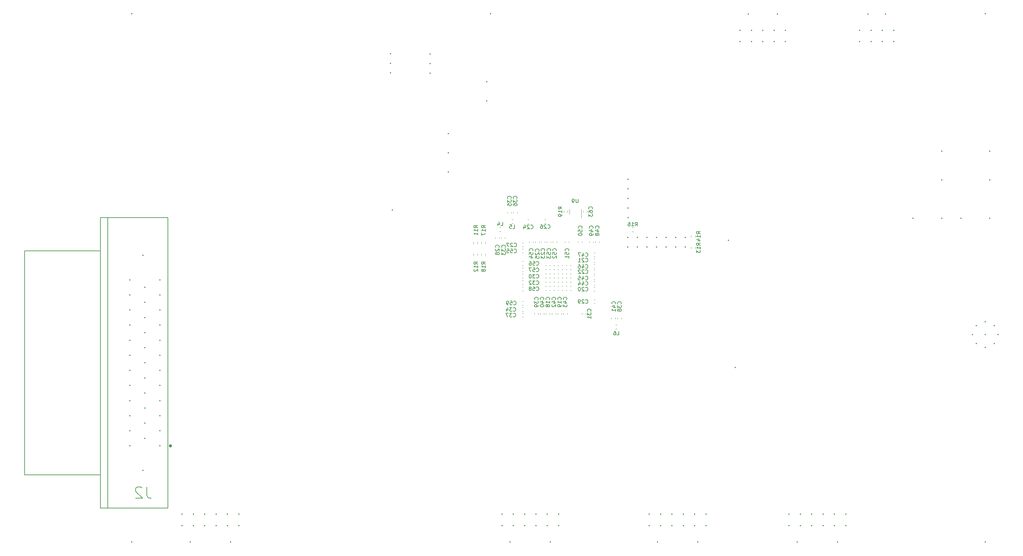
<source format=gbo>
%TF.GenerationSoftware,KiCad,Pcbnew,8.0.4*%
%TF.CreationDate,2024-11-12T22:32:32+03:00*%
%TF.ProjectId,EVD80_ControlBoard,45564438-305f-4436-9f6e-74726f6c426f,rev?*%
%TF.SameCoordinates,Original*%
%TF.FileFunction,Legend,Bot*%
%TF.FilePolarity,Positive*%
%FSLAX46Y46*%
G04 Gerber Fmt 4.6, Leading zero omitted, Abs format (unit mm)*
G04 Created by KiCad (PCBNEW 8.0.4) date 2024-11-12 22:32:32*
%MOMM*%
%LPD*%
G01*
G04 APERTURE LIST*
%ADD10C,0.150000*%
%ADD11C,0.120000*%
%ADD12C,0.127000*%
%ADD13C,0.400000*%
%ADD14C,0.350000*%
%ADD15C,0.203200*%
G04 APERTURE END LIST*
D10*
X206242857Y-148259580D02*
X206290476Y-148307200D01*
X206290476Y-148307200D02*
X206433333Y-148354819D01*
X206433333Y-148354819D02*
X206528571Y-148354819D01*
X206528571Y-148354819D02*
X206671428Y-148307200D01*
X206671428Y-148307200D02*
X206766666Y-148211961D01*
X206766666Y-148211961D02*
X206814285Y-148116723D01*
X206814285Y-148116723D02*
X206861904Y-147926247D01*
X206861904Y-147926247D02*
X206861904Y-147783390D01*
X206861904Y-147783390D02*
X206814285Y-147592914D01*
X206814285Y-147592914D02*
X206766666Y-147497676D01*
X206766666Y-147497676D02*
X206671428Y-147402438D01*
X206671428Y-147402438D02*
X206528571Y-147354819D01*
X206528571Y-147354819D02*
X206433333Y-147354819D01*
X206433333Y-147354819D02*
X206290476Y-147402438D01*
X206290476Y-147402438D02*
X206242857Y-147450057D01*
X205338095Y-147354819D02*
X205814285Y-147354819D01*
X205814285Y-147354819D02*
X205861904Y-147831009D01*
X205861904Y-147831009D02*
X205814285Y-147783390D01*
X205814285Y-147783390D02*
X205719047Y-147735771D01*
X205719047Y-147735771D02*
X205480952Y-147735771D01*
X205480952Y-147735771D02*
X205385714Y-147783390D01*
X205385714Y-147783390D02*
X205338095Y-147831009D01*
X205338095Y-147831009D02*
X205290476Y-147926247D01*
X205290476Y-147926247D02*
X205290476Y-148164342D01*
X205290476Y-148164342D02*
X205338095Y-148259580D01*
X205338095Y-148259580D02*
X205385714Y-148307200D01*
X205385714Y-148307200D02*
X205480952Y-148354819D01*
X205480952Y-148354819D02*
X205719047Y-148354819D01*
X205719047Y-148354819D02*
X205814285Y-148307200D01*
X205814285Y-148307200D02*
X205861904Y-148259580D01*
X204385714Y-147354819D02*
X204861904Y-147354819D01*
X204861904Y-147354819D02*
X204909523Y-147831009D01*
X204909523Y-147831009D02*
X204861904Y-147783390D01*
X204861904Y-147783390D02*
X204766666Y-147735771D01*
X204766666Y-147735771D02*
X204528571Y-147735771D01*
X204528571Y-147735771D02*
X204433333Y-147783390D01*
X204433333Y-147783390D02*
X204385714Y-147831009D01*
X204385714Y-147831009D02*
X204338095Y-147926247D01*
X204338095Y-147926247D02*
X204338095Y-148164342D01*
X204338095Y-148164342D02*
X204385714Y-148259580D01*
X204385714Y-148259580D02*
X204433333Y-148307200D01*
X204433333Y-148307200D02*
X204528571Y-148354819D01*
X204528571Y-148354819D02*
X204766666Y-148354819D01*
X204766666Y-148354819D02*
X204861904Y-148307200D01*
X204861904Y-148307200D02*
X204909523Y-148259580D01*
X215142857Y-141789580D02*
X215190476Y-141837200D01*
X215190476Y-141837200D02*
X215333333Y-141884819D01*
X215333333Y-141884819D02*
X215428571Y-141884819D01*
X215428571Y-141884819D02*
X215571428Y-141837200D01*
X215571428Y-141837200D02*
X215666666Y-141741961D01*
X215666666Y-141741961D02*
X215714285Y-141646723D01*
X215714285Y-141646723D02*
X215761904Y-141456247D01*
X215761904Y-141456247D02*
X215761904Y-141313390D01*
X215761904Y-141313390D02*
X215714285Y-141122914D01*
X215714285Y-141122914D02*
X215666666Y-141027676D01*
X215666666Y-141027676D02*
X215571428Y-140932438D01*
X215571428Y-140932438D02*
X215428571Y-140884819D01*
X215428571Y-140884819D02*
X215333333Y-140884819D01*
X215333333Y-140884819D02*
X215190476Y-140932438D01*
X215190476Y-140932438D02*
X215142857Y-140980057D01*
X214761904Y-140980057D02*
X214714285Y-140932438D01*
X214714285Y-140932438D02*
X214619047Y-140884819D01*
X214619047Y-140884819D02*
X214380952Y-140884819D01*
X214380952Y-140884819D02*
X214285714Y-140932438D01*
X214285714Y-140932438D02*
X214238095Y-140980057D01*
X214238095Y-140980057D02*
X214190476Y-141075295D01*
X214190476Y-141075295D02*
X214190476Y-141170533D01*
X214190476Y-141170533D02*
X214238095Y-141313390D01*
X214238095Y-141313390D02*
X214809523Y-141884819D01*
X214809523Y-141884819D02*
X214190476Y-141884819D01*
X213333333Y-140884819D02*
X213523809Y-140884819D01*
X213523809Y-140884819D02*
X213619047Y-140932438D01*
X213619047Y-140932438D02*
X213666666Y-140980057D01*
X213666666Y-140980057D02*
X213761904Y-141122914D01*
X213761904Y-141122914D02*
X213809523Y-141313390D01*
X213809523Y-141313390D02*
X213809523Y-141694342D01*
X213809523Y-141694342D02*
X213761904Y-141789580D01*
X213761904Y-141789580D02*
X213714285Y-141837200D01*
X213714285Y-141837200D02*
X213619047Y-141884819D01*
X213619047Y-141884819D02*
X213428571Y-141884819D01*
X213428571Y-141884819D02*
X213333333Y-141837200D01*
X213333333Y-141837200D02*
X213285714Y-141789580D01*
X213285714Y-141789580D02*
X213238095Y-141694342D01*
X213238095Y-141694342D02*
X213238095Y-141456247D01*
X213238095Y-141456247D02*
X213285714Y-141361009D01*
X213285714Y-141361009D02*
X213333333Y-141313390D01*
X213333333Y-141313390D02*
X213428571Y-141265771D01*
X213428571Y-141265771D02*
X213619047Y-141265771D01*
X213619047Y-141265771D02*
X213714285Y-141313390D01*
X213714285Y-141313390D02*
X213761904Y-141361009D01*
X213761904Y-141361009D02*
X213809523Y-141456247D01*
X228659580Y-141857142D02*
X228707200Y-141809523D01*
X228707200Y-141809523D02*
X228754819Y-141666666D01*
X228754819Y-141666666D02*
X228754819Y-141571428D01*
X228754819Y-141571428D02*
X228707200Y-141428571D01*
X228707200Y-141428571D02*
X228611961Y-141333333D01*
X228611961Y-141333333D02*
X228516723Y-141285714D01*
X228516723Y-141285714D02*
X228326247Y-141238095D01*
X228326247Y-141238095D02*
X228183390Y-141238095D01*
X228183390Y-141238095D02*
X227992914Y-141285714D01*
X227992914Y-141285714D02*
X227897676Y-141333333D01*
X227897676Y-141333333D02*
X227802438Y-141428571D01*
X227802438Y-141428571D02*
X227754819Y-141571428D01*
X227754819Y-141571428D02*
X227754819Y-141666666D01*
X227754819Y-141666666D02*
X227802438Y-141809523D01*
X227802438Y-141809523D02*
X227850057Y-141857142D01*
X228088152Y-142714285D02*
X228754819Y-142714285D01*
X227707200Y-142476190D02*
X228421485Y-142238095D01*
X228421485Y-142238095D02*
X228421485Y-142857142D01*
X228183390Y-143380952D02*
X228135771Y-143285714D01*
X228135771Y-143285714D02*
X228088152Y-143238095D01*
X228088152Y-143238095D02*
X227992914Y-143190476D01*
X227992914Y-143190476D02*
X227945295Y-143190476D01*
X227945295Y-143190476D02*
X227850057Y-143238095D01*
X227850057Y-143238095D02*
X227802438Y-143285714D01*
X227802438Y-143285714D02*
X227754819Y-143380952D01*
X227754819Y-143380952D02*
X227754819Y-143571428D01*
X227754819Y-143571428D02*
X227802438Y-143666666D01*
X227802438Y-143666666D02*
X227850057Y-143714285D01*
X227850057Y-143714285D02*
X227945295Y-143761904D01*
X227945295Y-143761904D02*
X227992914Y-143761904D01*
X227992914Y-143761904D02*
X228088152Y-143714285D01*
X228088152Y-143714285D02*
X228135771Y-143666666D01*
X228135771Y-143666666D02*
X228183390Y-143571428D01*
X228183390Y-143571428D02*
X228183390Y-143380952D01*
X228183390Y-143380952D02*
X228231009Y-143285714D01*
X228231009Y-143285714D02*
X228278628Y-143238095D01*
X228278628Y-143238095D02*
X228373866Y-143190476D01*
X228373866Y-143190476D02*
X228564342Y-143190476D01*
X228564342Y-143190476D02*
X228659580Y-143238095D01*
X228659580Y-143238095D02*
X228707200Y-143285714D01*
X228707200Y-143285714D02*
X228754819Y-143380952D01*
X228754819Y-143380952D02*
X228754819Y-143571428D01*
X228754819Y-143571428D02*
X228707200Y-143666666D01*
X228707200Y-143666666D02*
X228659580Y-143714285D01*
X228659580Y-143714285D02*
X228564342Y-143761904D01*
X228564342Y-143761904D02*
X228373866Y-143761904D01*
X228373866Y-143761904D02*
X228278628Y-143714285D01*
X228278628Y-143714285D02*
X228231009Y-143666666D01*
X228231009Y-143666666D02*
X228183390Y-143571428D01*
X255554819Y-143333142D02*
X255078628Y-142999809D01*
X255554819Y-142761714D02*
X254554819Y-142761714D01*
X254554819Y-142761714D02*
X254554819Y-143142666D01*
X254554819Y-143142666D02*
X254602438Y-143237904D01*
X254602438Y-143237904D02*
X254650057Y-143285523D01*
X254650057Y-143285523D02*
X254745295Y-143333142D01*
X254745295Y-143333142D02*
X254888152Y-143333142D01*
X254888152Y-143333142D02*
X254983390Y-143285523D01*
X254983390Y-143285523D02*
X255031009Y-143237904D01*
X255031009Y-143237904D02*
X255078628Y-143142666D01*
X255078628Y-143142666D02*
X255078628Y-142761714D01*
X255554819Y-144285523D02*
X255554819Y-143714095D01*
X255554819Y-143999809D02*
X254554819Y-143999809D01*
X254554819Y-143999809D02*
X254697676Y-143904571D01*
X254697676Y-143904571D02*
X254792914Y-143809333D01*
X254792914Y-143809333D02*
X254840533Y-143714095D01*
X254888152Y-145142666D02*
X255554819Y-145142666D01*
X254507200Y-144904571D02*
X255221485Y-144666476D01*
X255221485Y-144666476D02*
X255221485Y-145285523D01*
X212759580Y-147957142D02*
X212807200Y-147909523D01*
X212807200Y-147909523D02*
X212854819Y-147766666D01*
X212854819Y-147766666D02*
X212854819Y-147671428D01*
X212854819Y-147671428D02*
X212807200Y-147528571D01*
X212807200Y-147528571D02*
X212711961Y-147433333D01*
X212711961Y-147433333D02*
X212616723Y-147385714D01*
X212616723Y-147385714D02*
X212426247Y-147338095D01*
X212426247Y-147338095D02*
X212283390Y-147338095D01*
X212283390Y-147338095D02*
X212092914Y-147385714D01*
X212092914Y-147385714D02*
X211997676Y-147433333D01*
X211997676Y-147433333D02*
X211902438Y-147528571D01*
X211902438Y-147528571D02*
X211854819Y-147671428D01*
X211854819Y-147671428D02*
X211854819Y-147766666D01*
X211854819Y-147766666D02*
X211902438Y-147909523D01*
X211902438Y-147909523D02*
X211950057Y-147957142D01*
X211950057Y-148338095D02*
X211902438Y-148385714D01*
X211902438Y-148385714D02*
X211854819Y-148480952D01*
X211854819Y-148480952D02*
X211854819Y-148719047D01*
X211854819Y-148719047D02*
X211902438Y-148814285D01*
X211902438Y-148814285D02*
X211950057Y-148861904D01*
X211950057Y-148861904D02*
X212045295Y-148909523D01*
X212045295Y-148909523D02*
X212140533Y-148909523D01*
X212140533Y-148909523D02*
X212283390Y-148861904D01*
X212283390Y-148861904D02*
X212854819Y-148290476D01*
X212854819Y-148290476D02*
X212854819Y-148909523D01*
X211854819Y-149814285D02*
X211854819Y-149338095D01*
X211854819Y-149338095D02*
X212331009Y-149290476D01*
X212331009Y-149290476D02*
X212283390Y-149338095D01*
X212283390Y-149338095D02*
X212235771Y-149433333D01*
X212235771Y-149433333D02*
X212235771Y-149671428D01*
X212235771Y-149671428D02*
X212283390Y-149766666D01*
X212283390Y-149766666D02*
X212331009Y-149814285D01*
X212331009Y-149814285D02*
X212426247Y-149861904D01*
X212426247Y-149861904D02*
X212664342Y-149861904D01*
X212664342Y-149861904D02*
X212759580Y-149814285D01*
X212759580Y-149814285D02*
X212807200Y-149766666D01*
X212807200Y-149766666D02*
X212854819Y-149671428D01*
X212854819Y-149671428D02*
X212854819Y-149433333D01*
X212854819Y-149433333D02*
X212807200Y-149338095D01*
X212807200Y-149338095D02*
X212759580Y-149290476D01*
X212142857Y-151559580D02*
X212190476Y-151607200D01*
X212190476Y-151607200D02*
X212333333Y-151654819D01*
X212333333Y-151654819D02*
X212428571Y-151654819D01*
X212428571Y-151654819D02*
X212571428Y-151607200D01*
X212571428Y-151607200D02*
X212666666Y-151511961D01*
X212666666Y-151511961D02*
X212714285Y-151416723D01*
X212714285Y-151416723D02*
X212761904Y-151226247D01*
X212761904Y-151226247D02*
X212761904Y-151083390D01*
X212761904Y-151083390D02*
X212714285Y-150892914D01*
X212714285Y-150892914D02*
X212666666Y-150797676D01*
X212666666Y-150797676D02*
X212571428Y-150702438D01*
X212571428Y-150702438D02*
X212428571Y-150654819D01*
X212428571Y-150654819D02*
X212333333Y-150654819D01*
X212333333Y-150654819D02*
X212190476Y-150702438D01*
X212190476Y-150702438D02*
X212142857Y-150750057D01*
X211238095Y-150654819D02*
X211714285Y-150654819D01*
X211714285Y-150654819D02*
X211761904Y-151131009D01*
X211761904Y-151131009D02*
X211714285Y-151083390D01*
X211714285Y-151083390D02*
X211619047Y-151035771D01*
X211619047Y-151035771D02*
X211380952Y-151035771D01*
X211380952Y-151035771D02*
X211285714Y-151083390D01*
X211285714Y-151083390D02*
X211238095Y-151131009D01*
X211238095Y-151131009D02*
X211190476Y-151226247D01*
X211190476Y-151226247D02*
X211190476Y-151464342D01*
X211190476Y-151464342D02*
X211238095Y-151559580D01*
X211238095Y-151559580D02*
X211285714Y-151607200D01*
X211285714Y-151607200D02*
X211380952Y-151654819D01*
X211380952Y-151654819D02*
X211619047Y-151654819D01*
X211619047Y-151654819D02*
X211714285Y-151607200D01*
X211714285Y-151607200D02*
X211761904Y-151559580D01*
X210333333Y-150654819D02*
X210523809Y-150654819D01*
X210523809Y-150654819D02*
X210619047Y-150702438D01*
X210619047Y-150702438D02*
X210666666Y-150750057D01*
X210666666Y-150750057D02*
X210761904Y-150892914D01*
X210761904Y-150892914D02*
X210809523Y-151083390D01*
X210809523Y-151083390D02*
X210809523Y-151464342D01*
X210809523Y-151464342D02*
X210761904Y-151559580D01*
X210761904Y-151559580D02*
X210714285Y-151607200D01*
X210714285Y-151607200D02*
X210619047Y-151654819D01*
X210619047Y-151654819D02*
X210428571Y-151654819D01*
X210428571Y-151654819D02*
X210333333Y-151607200D01*
X210333333Y-151607200D02*
X210285714Y-151559580D01*
X210285714Y-151559580D02*
X210238095Y-151464342D01*
X210238095Y-151464342D02*
X210238095Y-151226247D01*
X210238095Y-151226247D02*
X210285714Y-151131009D01*
X210285714Y-151131009D02*
X210333333Y-151083390D01*
X210333333Y-151083390D02*
X210428571Y-151035771D01*
X210428571Y-151035771D02*
X210619047Y-151035771D01*
X210619047Y-151035771D02*
X210714285Y-151083390D01*
X210714285Y-151083390D02*
X210761904Y-151131009D01*
X210761904Y-151131009D02*
X210809523Y-151226247D01*
X214059580Y-160757142D02*
X214107200Y-160709523D01*
X214107200Y-160709523D02*
X214154819Y-160566666D01*
X214154819Y-160566666D02*
X214154819Y-160471428D01*
X214154819Y-160471428D02*
X214107200Y-160328571D01*
X214107200Y-160328571D02*
X214011961Y-160233333D01*
X214011961Y-160233333D02*
X213916723Y-160185714D01*
X213916723Y-160185714D02*
X213726247Y-160138095D01*
X213726247Y-160138095D02*
X213583390Y-160138095D01*
X213583390Y-160138095D02*
X213392914Y-160185714D01*
X213392914Y-160185714D02*
X213297676Y-160233333D01*
X213297676Y-160233333D02*
X213202438Y-160328571D01*
X213202438Y-160328571D02*
X213154819Y-160471428D01*
X213154819Y-160471428D02*
X213154819Y-160566666D01*
X213154819Y-160566666D02*
X213202438Y-160709523D01*
X213202438Y-160709523D02*
X213250057Y-160757142D01*
X213488152Y-161614285D02*
X214154819Y-161614285D01*
X213107200Y-161376190D02*
X213821485Y-161138095D01*
X213821485Y-161138095D02*
X213821485Y-161757142D01*
X213154819Y-162328571D02*
X213154819Y-162423809D01*
X213154819Y-162423809D02*
X213202438Y-162519047D01*
X213202438Y-162519047D02*
X213250057Y-162566666D01*
X213250057Y-162566666D02*
X213345295Y-162614285D01*
X213345295Y-162614285D02*
X213535771Y-162661904D01*
X213535771Y-162661904D02*
X213773866Y-162661904D01*
X213773866Y-162661904D02*
X213964342Y-162614285D01*
X213964342Y-162614285D02*
X214059580Y-162566666D01*
X214059580Y-162566666D02*
X214107200Y-162519047D01*
X214107200Y-162519047D02*
X214154819Y-162423809D01*
X214154819Y-162423809D02*
X214154819Y-162328571D01*
X214154819Y-162328571D02*
X214107200Y-162233333D01*
X214107200Y-162233333D02*
X214059580Y-162185714D01*
X214059580Y-162185714D02*
X213964342Y-162138095D01*
X213964342Y-162138095D02*
X213773866Y-162090476D01*
X213773866Y-162090476D02*
X213535771Y-162090476D01*
X213535771Y-162090476D02*
X213345295Y-162138095D01*
X213345295Y-162138095D02*
X213250057Y-162185714D01*
X213250057Y-162185714D02*
X213202438Y-162233333D01*
X213202438Y-162233333D02*
X213154819Y-162328571D01*
X227059580Y-141857142D02*
X227107200Y-141809523D01*
X227107200Y-141809523D02*
X227154819Y-141666666D01*
X227154819Y-141666666D02*
X227154819Y-141571428D01*
X227154819Y-141571428D02*
X227107200Y-141428571D01*
X227107200Y-141428571D02*
X227011961Y-141333333D01*
X227011961Y-141333333D02*
X226916723Y-141285714D01*
X226916723Y-141285714D02*
X226726247Y-141238095D01*
X226726247Y-141238095D02*
X226583390Y-141238095D01*
X226583390Y-141238095D02*
X226392914Y-141285714D01*
X226392914Y-141285714D02*
X226297676Y-141333333D01*
X226297676Y-141333333D02*
X226202438Y-141428571D01*
X226202438Y-141428571D02*
X226154819Y-141571428D01*
X226154819Y-141571428D02*
X226154819Y-141666666D01*
X226154819Y-141666666D02*
X226202438Y-141809523D01*
X226202438Y-141809523D02*
X226250057Y-141857142D01*
X226488152Y-142714285D02*
X227154819Y-142714285D01*
X226107200Y-142476190D02*
X226821485Y-142238095D01*
X226821485Y-142238095D02*
X226821485Y-142857142D01*
X227154819Y-143285714D02*
X227154819Y-143476190D01*
X227154819Y-143476190D02*
X227107200Y-143571428D01*
X227107200Y-143571428D02*
X227059580Y-143619047D01*
X227059580Y-143619047D02*
X226916723Y-143714285D01*
X226916723Y-143714285D02*
X226726247Y-143761904D01*
X226726247Y-143761904D02*
X226345295Y-143761904D01*
X226345295Y-143761904D02*
X226250057Y-143714285D01*
X226250057Y-143714285D02*
X226202438Y-143666666D01*
X226202438Y-143666666D02*
X226154819Y-143571428D01*
X226154819Y-143571428D02*
X226154819Y-143380952D01*
X226154819Y-143380952D02*
X226202438Y-143285714D01*
X226202438Y-143285714D02*
X226250057Y-143238095D01*
X226250057Y-143238095D02*
X226345295Y-143190476D01*
X226345295Y-143190476D02*
X226583390Y-143190476D01*
X226583390Y-143190476D02*
X226678628Y-143238095D01*
X226678628Y-143238095D02*
X226726247Y-143285714D01*
X226726247Y-143285714D02*
X226773866Y-143380952D01*
X226773866Y-143380952D02*
X226773866Y-143571428D01*
X226773866Y-143571428D02*
X226726247Y-143666666D01*
X226726247Y-143666666D02*
X226678628Y-143714285D01*
X226678628Y-143714285D02*
X226583390Y-143761904D01*
X225142857Y-158359580D02*
X225190476Y-158407200D01*
X225190476Y-158407200D02*
X225333333Y-158454819D01*
X225333333Y-158454819D02*
X225428571Y-158454819D01*
X225428571Y-158454819D02*
X225571428Y-158407200D01*
X225571428Y-158407200D02*
X225666666Y-158311961D01*
X225666666Y-158311961D02*
X225714285Y-158216723D01*
X225714285Y-158216723D02*
X225761904Y-158026247D01*
X225761904Y-158026247D02*
X225761904Y-157883390D01*
X225761904Y-157883390D02*
X225714285Y-157692914D01*
X225714285Y-157692914D02*
X225666666Y-157597676D01*
X225666666Y-157597676D02*
X225571428Y-157502438D01*
X225571428Y-157502438D02*
X225428571Y-157454819D01*
X225428571Y-157454819D02*
X225333333Y-157454819D01*
X225333333Y-157454819D02*
X225190476Y-157502438D01*
X225190476Y-157502438D02*
X225142857Y-157550057D01*
X224761904Y-157550057D02*
X224714285Y-157502438D01*
X224714285Y-157502438D02*
X224619047Y-157454819D01*
X224619047Y-157454819D02*
X224380952Y-157454819D01*
X224380952Y-157454819D02*
X224285714Y-157502438D01*
X224285714Y-157502438D02*
X224238095Y-157550057D01*
X224238095Y-157550057D02*
X224190476Y-157645295D01*
X224190476Y-157645295D02*
X224190476Y-157740533D01*
X224190476Y-157740533D02*
X224238095Y-157883390D01*
X224238095Y-157883390D02*
X224809523Y-158454819D01*
X224809523Y-158454819D02*
X224190476Y-158454819D01*
X223571428Y-157454819D02*
X223476190Y-157454819D01*
X223476190Y-157454819D02*
X223380952Y-157502438D01*
X223380952Y-157502438D02*
X223333333Y-157550057D01*
X223333333Y-157550057D02*
X223285714Y-157645295D01*
X223285714Y-157645295D02*
X223238095Y-157835771D01*
X223238095Y-157835771D02*
X223238095Y-158073866D01*
X223238095Y-158073866D02*
X223285714Y-158264342D01*
X223285714Y-158264342D02*
X223333333Y-158359580D01*
X223333333Y-158359580D02*
X223380952Y-158407200D01*
X223380952Y-158407200D02*
X223476190Y-158454819D01*
X223476190Y-158454819D02*
X223571428Y-158454819D01*
X223571428Y-158454819D02*
X223666666Y-158407200D01*
X223666666Y-158407200D02*
X223714285Y-158359580D01*
X223714285Y-158359580D02*
X223761904Y-158264342D01*
X223761904Y-158264342D02*
X223809523Y-158073866D01*
X223809523Y-158073866D02*
X223809523Y-157835771D01*
X223809523Y-157835771D02*
X223761904Y-157645295D01*
X223761904Y-157645295D02*
X223714285Y-157550057D01*
X223714285Y-157550057D02*
X223666666Y-157502438D01*
X223666666Y-157502438D02*
X223571428Y-157454819D01*
X212142857Y-153259580D02*
X212190476Y-153307200D01*
X212190476Y-153307200D02*
X212333333Y-153354819D01*
X212333333Y-153354819D02*
X212428571Y-153354819D01*
X212428571Y-153354819D02*
X212571428Y-153307200D01*
X212571428Y-153307200D02*
X212666666Y-153211961D01*
X212666666Y-153211961D02*
X212714285Y-153116723D01*
X212714285Y-153116723D02*
X212761904Y-152926247D01*
X212761904Y-152926247D02*
X212761904Y-152783390D01*
X212761904Y-152783390D02*
X212714285Y-152592914D01*
X212714285Y-152592914D02*
X212666666Y-152497676D01*
X212666666Y-152497676D02*
X212571428Y-152402438D01*
X212571428Y-152402438D02*
X212428571Y-152354819D01*
X212428571Y-152354819D02*
X212333333Y-152354819D01*
X212333333Y-152354819D02*
X212190476Y-152402438D01*
X212190476Y-152402438D02*
X212142857Y-152450057D01*
X211238095Y-152354819D02*
X211714285Y-152354819D01*
X211714285Y-152354819D02*
X211761904Y-152831009D01*
X211761904Y-152831009D02*
X211714285Y-152783390D01*
X211714285Y-152783390D02*
X211619047Y-152735771D01*
X211619047Y-152735771D02*
X211380952Y-152735771D01*
X211380952Y-152735771D02*
X211285714Y-152783390D01*
X211285714Y-152783390D02*
X211238095Y-152831009D01*
X211238095Y-152831009D02*
X211190476Y-152926247D01*
X211190476Y-152926247D02*
X211190476Y-153164342D01*
X211190476Y-153164342D02*
X211238095Y-153259580D01*
X211238095Y-153259580D02*
X211285714Y-153307200D01*
X211285714Y-153307200D02*
X211380952Y-153354819D01*
X211380952Y-153354819D02*
X211619047Y-153354819D01*
X211619047Y-153354819D02*
X211714285Y-153307200D01*
X211714285Y-153307200D02*
X211761904Y-153259580D01*
X210857142Y-152354819D02*
X210190476Y-152354819D01*
X210190476Y-152354819D02*
X210619047Y-153354819D01*
X198625819Y-151379142D02*
X198149628Y-151045809D01*
X198625819Y-150807714D02*
X197625819Y-150807714D01*
X197625819Y-150807714D02*
X197625819Y-151188666D01*
X197625819Y-151188666D02*
X197673438Y-151283904D01*
X197673438Y-151283904D02*
X197721057Y-151331523D01*
X197721057Y-151331523D02*
X197816295Y-151379142D01*
X197816295Y-151379142D02*
X197959152Y-151379142D01*
X197959152Y-151379142D02*
X198054390Y-151331523D01*
X198054390Y-151331523D02*
X198102009Y-151283904D01*
X198102009Y-151283904D02*
X198149628Y-151188666D01*
X198149628Y-151188666D02*
X198149628Y-150807714D01*
X198625819Y-152331523D02*
X198625819Y-151760095D01*
X198625819Y-152045809D02*
X197625819Y-152045809D01*
X197625819Y-152045809D02*
X197768676Y-151950571D01*
X197768676Y-151950571D02*
X197863914Y-151855333D01*
X197863914Y-151855333D02*
X197911533Y-151760095D01*
X198054390Y-152902952D02*
X198006771Y-152807714D01*
X198006771Y-152807714D02*
X197959152Y-152760095D01*
X197959152Y-152760095D02*
X197863914Y-152712476D01*
X197863914Y-152712476D02*
X197816295Y-152712476D01*
X197816295Y-152712476D02*
X197721057Y-152760095D01*
X197721057Y-152760095D02*
X197673438Y-152807714D01*
X197673438Y-152807714D02*
X197625819Y-152902952D01*
X197625819Y-152902952D02*
X197625819Y-153093428D01*
X197625819Y-153093428D02*
X197673438Y-153188666D01*
X197673438Y-153188666D02*
X197721057Y-153236285D01*
X197721057Y-153236285D02*
X197816295Y-153283904D01*
X197816295Y-153283904D02*
X197863914Y-153283904D01*
X197863914Y-153283904D02*
X197959152Y-153236285D01*
X197959152Y-153236285D02*
X198006771Y-153188666D01*
X198006771Y-153188666D02*
X198054390Y-153093428D01*
X198054390Y-153093428D02*
X198054390Y-152902952D01*
X198054390Y-152902952D02*
X198102009Y-152807714D01*
X198102009Y-152807714D02*
X198149628Y-152760095D01*
X198149628Y-152760095D02*
X198244866Y-152712476D01*
X198244866Y-152712476D02*
X198435342Y-152712476D01*
X198435342Y-152712476D02*
X198530580Y-152760095D01*
X198530580Y-152760095D02*
X198578200Y-152807714D01*
X198578200Y-152807714D02*
X198625819Y-152902952D01*
X198625819Y-152902952D02*
X198625819Y-153093428D01*
X198625819Y-153093428D02*
X198578200Y-153188666D01*
X198578200Y-153188666D02*
X198530580Y-153236285D01*
X198530580Y-153236285D02*
X198435342Y-153283904D01*
X198435342Y-153283904D02*
X198244866Y-153283904D01*
X198244866Y-153283904D02*
X198149628Y-153236285D01*
X198149628Y-153236285D02*
X198102009Y-153188666D01*
X198102009Y-153188666D02*
X198054390Y-153093428D01*
X109001448Y-210377722D02*
X109001448Y-212523683D01*
X109001448Y-212523683D02*
X109144513Y-212952875D01*
X109144513Y-212952875D02*
X109430641Y-213239004D01*
X109430641Y-213239004D02*
X109859833Y-213382068D01*
X109859833Y-213382068D02*
X110145961Y-213382068D01*
X107713871Y-210663850D02*
X107570807Y-210520786D01*
X107570807Y-210520786D02*
X107284679Y-210377722D01*
X107284679Y-210377722D02*
X106569358Y-210377722D01*
X106569358Y-210377722D02*
X106283230Y-210520786D01*
X106283230Y-210520786D02*
X106140166Y-210663850D01*
X106140166Y-210663850D02*
X105997102Y-210949978D01*
X105997102Y-210949978D02*
X105997102Y-211236106D01*
X105997102Y-211236106D02*
X106140166Y-211665298D01*
X106140166Y-211665298D02*
X107856935Y-213382068D01*
X107856935Y-213382068D02*
X105997102Y-213382068D01*
X218659580Y-160757142D02*
X218707200Y-160709523D01*
X218707200Y-160709523D02*
X218754819Y-160566666D01*
X218754819Y-160566666D02*
X218754819Y-160471428D01*
X218754819Y-160471428D02*
X218707200Y-160328571D01*
X218707200Y-160328571D02*
X218611961Y-160233333D01*
X218611961Y-160233333D02*
X218516723Y-160185714D01*
X218516723Y-160185714D02*
X218326247Y-160138095D01*
X218326247Y-160138095D02*
X218183390Y-160138095D01*
X218183390Y-160138095D02*
X217992914Y-160185714D01*
X217992914Y-160185714D02*
X217897676Y-160233333D01*
X217897676Y-160233333D02*
X217802438Y-160328571D01*
X217802438Y-160328571D02*
X217754819Y-160471428D01*
X217754819Y-160471428D02*
X217754819Y-160566666D01*
X217754819Y-160566666D02*
X217802438Y-160709523D01*
X217802438Y-160709523D02*
X217850057Y-160757142D01*
X218754819Y-161709523D02*
X218754819Y-161138095D01*
X218754819Y-161423809D02*
X217754819Y-161423809D01*
X217754819Y-161423809D02*
X217897676Y-161328571D01*
X217897676Y-161328571D02*
X217992914Y-161233333D01*
X217992914Y-161233333D02*
X218040533Y-161138095D01*
X218754819Y-162185714D02*
X218754819Y-162376190D01*
X218754819Y-162376190D02*
X218707200Y-162471428D01*
X218707200Y-162471428D02*
X218659580Y-162519047D01*
X218659580Y-162519047D02*
X218516723Y-162614285D01*
X218516723Y-162614285D02*
X218326247Y-162661904D01*
X218326247Y-162661904D02*
X217945295Y-162661904D01*
X217945295Y-162661904D02*
X217850057Y-162614285D01*
X217850057Y-162614285D02*
X217802438Y-162566666D01*
X217802438Y-162566666D02*
X217754819Y-162471428D01*
X217754819Y-162471428D02*
X217754819Y-162280952D01*
X217754819Y-162280952D02*
X217802438Y-162185714D01*
X217802438Y-162185714D02*
X217850057Y-162138095D01*
X217850057Y-162138095D02*
X217945295Y-162090476D01*
X217945295Y-162090476D02*
X218183390Y-162090476D01*
X218183390Y-162090476D02*
X218278628Y-162138095D01*
X218278628Y-162138095D02*
X218326247Y-162185714D01*
X218326247Y-162185714D02*
X218373866Y-162280952D01*
X218373866Y-162280952D02*
X218373866Y-162471428D01*
X218373866Y-162471428D02*
X218326247Y-162566666D01*
X218326247Y-162566666D02*
X218278628Y-162614285D01*
X218278628Y-162614285D02*
X218183390Y-162661904D01*
X202213580Y-146934142D02*
X202261200Y-146886523D01*
X202261200Y-146886523D02*
X202308819Y-146743666D01*
X202308819Y-146743666D02*
X202308819Y-146648428D01*
X202308819Y-146648428D02*
X202261200Y-146505571D01*
X202261200Y-146505571D02*
X202165961Y-146410333D01*
X202165961Y-146410333D02*
X202070723Y-146362714D01*
X202070723Y-146362714D02*
X201880247Y-146315095D01*
X201880247Y-146315095D02*
X201737390Y-146315095D01*
X201737390Y-146315095D02*
X201546914Y-146362714D01*
X201546914Y-146362714D02*
X201451676Y-146410333D01*
X201451676Y-146410333D02*
X201356438Y-146505571D01*
X201356438Y-146505571D02*
X201308819Y-146648428D01*
X201308819Y-146648428D02*
X201308819Y-146743666D01*
X201308819Y-146743666D02*
X201356438Y-146886523D01*
X201356438Y-146886523D02*
X201404057Y-146934142D01*
X201404057Y-147315095D02*
X201356438Y-147362714D01*
X201356438Y-147362714D02*
X201308819Y-147457952D01*
X201308819Y-147457952D02*
X201308819Y-147696047D01*
X201308819Y-147696047D02*
X201356438Y-147791285D01*
X201356438Y-147791285D02*
X201404057Y-147838904D01*
X201404057Y-147838904D02*
X201499295Y-147886523D01*
X201499295Y-147886523D02*
X201594533Y-147886523D01*
X201594533Y-147886523D02*
X201737390Y-147838904D01*
X201737390Y-147838904D02*
X202308819Y-147267476D01*
X202308819Y-147267476D02*
X202308819Y-147886523D01*
X201737390Y-148457952D02*
X201689771Y-148362714D01*
X201689771Y-148362714D02*
X201642152Y-148315095D01*
X201642152Y-148315095D02*
X201546914Y-148267476D01*
X201546914Y-148267476D02*
X201499295Y-148267476D01*
X201499295Y-148267476D02*
X201404057Y-148315095D01*
X201404057Y-148315095D02*
X201356438Y-148362714D01*
X201356438Y-148362714D02*
X201308819Y-148457952D01*
X201308819Y-148457952D02*
X201308819Y-148648428D01*
X201308819Y-148648428D02*
X201356438Y-148743666D01*
X201356438Y-148743666D02*
X201404057Y-148791285D01*
X201404057Y-148791285D02*
X201499295Y-148838904D01*
X201499295Y-148838904D02*
X201546914Y-148838904D01*
X201546914Y-148838904D02*
X201642152Y-148791285D01*
X201642152Y-148791285D02*
X201689771Y-148743666D01*
X201689771Y-148743666D02*
X201737390Y-148648428D01*
X201737390Y-148648428D02*
X201737390Y-148457952D01*
X201737390Y-148457952D02*
X201785009Y-148362714D01*
X201785009Y-148362714D02*
X201832628Y-148315095D01*
X201832628Y-148315095D02*
X201927866Y-148267476D01*
X201927866Y-148267476D02*
X202118342Y-148267476D01*
X202118342Y-148267476D02*
X202213580Y-148315095D01*
X202213580Y-148315095D02*
X202261200Y-148362714D01*
X202261200Y-148362714D02*
X202308819Y-148457952D01*
X202308819Y-148457952D02*
X202308819Y-148648428D01*
X202308819Y-148648428D02*
X202261200Y-148743666D01*
X202261200Y-148743666D02*
X202213580Y-148791285D01*
X202213580Y-148791285D02*
X202118342Y-148838904D01*
X202118342Y-148838904D02*
X201927866Y-148838904D01*
X201927866Y-148838904D02*
X201832628Y-148791285D01*
X201832628Y-148791285D02*
X201785009Y-148743666D01*
X201785009Y-148743666D02*
X201737390Y-148648428D01*
X202731666Y-141173819D02*
X203207856Y-141173819D01*
X203207856Y-141173819D02*
X203207856Y-140173819D01*
X201969761Y-140507152D02*
X201969761Y-141173819D01*
X202207856Y-140126200D02*
X202445951Y-140840485D01*
X202445951Y-140840485D02*
X201826904Y-140840485D01*
X196593819Y-151379142D02*
X196117628Y-151045809D01*
X196593819Y-150807714D02*
X195593819Y-150807714D01*
X195593819Y-150807714D02*
X195593819Y-151188666D01*
X195593819Y-151188666D02*
X195641438Y-151283904D01*
X195641438Y-151283904D02*
X195689057Y-151331523D01*
X195689057Y-151331523D02*
X195784295Y-151379142D01*
X195784295Y-151379142D02*
X195927152Y-151379142D01*
X195927152Y-151379142D02*
X196022390Y-151331523D01*
X196022390Y-151331523D02*
X196070009Y-151283904D01*
X196070009Y-151283904D02*
X196117628Y-151188666D01*
X196117628Y-151188666D02*
X196117628Y-150807714D01*
X196593819Y-152331523D02*
X196593819Y-151760095D01*
X196593819Y-152045809D02*
X195593819Y-152045809D01*
X195593819Y-152045809D02*
X195736676Y-151950571D01*
X195736676Y-151950571D02*
X195831914Y-151855333D01*
X195831914Y-151855333D02*
X195879533Y-151760095D01*
X195689057Y-152712476D02*
X195641438Y-152760095D01*
X195641438Y-152760095D02*
X195593819Y-152855333D01*
X195593819Y-152855333D02*
X195593819Y-153093428D01*
X195593819Y-153093428D02*
X195641438Y-153188666D01*
X195641438Y-153188666D02*
X195689057Y-153236285D01*
X195689057Y-153236285D02*
X195784295Y-153283904D01*
X195784295Y-153283904D02*
X195879533Y-153283904D01*
X195879533Y-153283904D02*
X196022390Y-153236285D01*
X196022390Y-153236285D02*
X196593819Y-152664857D01*
X196593819Y-152664857D02*
X196593819Y-153283904D01*
X217159580Y-160757142D02*
X217207200Y-160709523D01*
X217207200Y-160709523D02*
X217254819Y-160566666D01*
X217254819Y-160566666D02*
X217254819Y-160471428D01*
X217254819Y-160471428D02*
X217207200Y-160328571D01*
X217207200Y-160328571D02*
X217111961Y-160233333D01*
X217111961Y-160233333D02*
X217016723Y-160185714D01*
X217016723Y-160185714D02*
X216826247Y-160138095D01*
X216826247Y-160138095D02*
X216683390Y-160138095D01*
X216683390Y-160138095D02*
X216492914Y-160185714D01*
X216492914Y-160185714D02*
X216397676Y-160233333D01*
X216397676Y-160233333D02*
X216302438Y-160328571D01*
X216302438Y-160328571D02*
X216254819Y-160471428D01*
X216254819Y-160471428D02*
X216254819Y-160566666D01*
X216254819Y-160566666D02*
X216302438Y-160709523D01*
X216302438Y-160709523D02*
X216350057Y-160757142D01*
X216588152Y-161614285D02*
X217254819Y-161614285D01*
X216207200Y-161376190D02*
X216921485Y-161138095D01*
X216921485Y-161138095D02*
X216921485Y-161757142D01*
X216350057Y-162090476D02*
X216302438Y-162138095D01*
X216302438Y-162138095D02*
X216254819Y-162233333D01*
X216254819Y-162233333D02*
X216254819Y-162471428D01*
X216254819Y-162471428D02*
X216302438Y-162566666D01*
X216302438Y-162566666D02*
X216350057Y-162614285D01*
X216350057Y-162614285D02*
X216445295Y-162661904D01*
X216445295Y-162661904D02*
X216540533Y-162661904D01*
X216540533Y-162661904D02*
X216683390Y-162614285D01*
X216683390Y-162614285D02*
X217254819Y-162042857D01*
X217254819Y-162042857D02*
X217254819Y-162661904D01*
X233479166Y-170126819D02*
X233955356Y-170126819D01*
X233955356Y-170126819D02*
X233955356Y-169126819D01*
X232717261Y-169126819D02*
X232907737Y-169126819D01*
X232907737Y-169126819D02*
X233002975Y-169174438D01*
X233002975Y-169174438D02*
X233050594Y-169222057D01*
X233050594Y-169222057D02*
X233145832Y-169364914D01*
X233145832Y-169364914D02*
X233193451Y-169555390D01*
X233193451Y-169555390D02*
X233193451Y-169936342D01*
X233193451Y-169936342D02*
X233145832Y-170031580D01*
X233145832Y-170031580D02*
X233098213Y-170079200D01*
X233098213Y-170079200D02*
X233002975Y-170126819D01*
X233002975Y-170126819D02*
X232812499Y-170126819D01*
X232812499Y-170126819D02*
X232717261Y-170079200D01*
X232717261Y-170079200D02*
X232669642Y-170031580D01*
X232669642Y-170031580D02*
X232622023Y-169936342D01*
X232622023Y-169936342D02*
X232622023Y-169698247D01*
X232622023Y-169698247D02*
X232669642Y-169603009D01*
X232669642Y-169603009D02*
X232717261Y-169555390D01*
X232717261Y-169555390D02*
X232812499Y-169507771D01*
X232812499Y-169507771D02*
X233002975Y-169507771D01*
X233002975Y-169507771D02*
X233098213Y-169555390D01*
X233098213Y-169555390D02*
X233145832Y-169603009D01*
X233145832Y-169603009D02*
X233193451Y-169698247D01*
X206912580Y-133980142D02*
X206960200Y-133932523D01*
X206960200Y-133932523D02*
X207007819Y-133789666D01*
X207007819Y-133789666D02*
X207007819Y-133694428D01*
X207007819Y-133694428D02*
X206960200Y-133551571D01*
X206960200Y-133551571D02*
X206864961Y-133456333D01*
X206864961Y-133456333D02*
X206769723Y-133408714D01*
X206769723Y-133408714D02*
X206579247Y-133361095D01*
X206579247Y-133361095D02*
X206436390Y-133361095D01*
X206436390Y-133361095D02*
X206245914Y-133408714D01*
X206245914Y-133408714D02*
X206150676Y-133456333D01*
X206150676Y-133456333D02*
X206055438Y-133551571D01*
X206055438Y-133551571D02*
X206007819Y-133694428D01*
X206007819Y-133694428D02*
X206007819Y-133789666D01*
X206007819Y-133789666D02*
X206055438Y-133932523D01*
X206055438Y-133932523D02*
X206103057Y-133980142D01*
X206007819Y-134313476D02*
X206007819Y-134932523D01*
X206007819Y-134932523D02*
X206388771Y-134599190D01*
X206388771Y-134599190D02*
X206388771Y-134742047D01*
X206388771Y-134742047D02*
X206436390Y-134837285D01*
X206436390Y-134837285D02*
X206484009Y-134884904D01*
X206484009Y-134884904D02*
X206579247Y-134932523D01*
X206579247Y-134932523D02*
X206817342Y-134932523D01*
X206817342Y-134932523D02*
X206912580Y-134884904D01*
X206912580Y-134884904D02*
X206960200Y-134837285D01*
X206960200Y-134837285D02*
X207007819Y-134742047D01*
X207007819Y-134742047D02*
X207007819Y-134456333D01*
X207007819Y-134456333D02*
X206960200Y-134361095D01*
X206960200Y-134361095D02*
X206912580Y-134313476D01*
X206007819Y-135789666D02*
X206007819Y-135599190D01*
X206007819Y-135599190D02*
X206055438Y-135503952D01*
X206055438Y-135503952D02*
X206103057Y-135456333D01*
X206103057Y-135456333D02*
X206245914Y-135361095D01*
X206245914Y-135361095D02*
X206436390Y-135313476D01*
X206436390Y-135313476D02*
X206817342Y-135313476D01*
X206817342Y-135313476D02*
X206912580Y-135361095D01*
X206912580Y-135361095D02*
X206960200Y-135408714D01*
X206960200Y-135408714D02*
X207007819Y-135503952D01*
X207007819Y-135503952D02*
X207007819Y-135694428D01*
X207007819Y-135694428D02*
X206960200Y-135789666D01*
X206960200Y-135789666D02*
X206912580Y-135837285D01*
X206912580Y-135837285D02*
X206817342Y-135884904D01*
X206817342Y-135884904D02*
X206579247Y-135884904D01*
X206579247Y-135884904D02*
X206484009Y-135837285D01*
X206484009Y-135837285D02*
X206436390Y-135789666D01*
X206436390Y-135789666D02*
X206388771Y-135694428D01*
X206388771Y-135694428D02*
X206388771Y-135503952D01*
X206388771Y-135503952D02*
X206436390Y-135408714D01*
X206436390Y-135408714D02*
X206484009Y-135361095D01*
X206484009Y-135361095D02*
X206579247Y-135313476D01*
X210642857Y-141859580D02*
X210690476Y-141907200D01*
X210690476Y-141907200D02*
X210833333Y-141954819D01*
X210833333Y-141954819D02*
X210928571Y-141954819D01*
X210928571Y-141954819D02*
X211071428Y-141907200D01*
X211071428Y-141907200D02*
X211166666Y-141811961D01*
X211166666Y-141811961D02*
X211214285Y-141716723D01*
X211214285Y-141716723D02*
X211261904Y-141526247D01*
X211261904Y-141526247D02*
X211261904Y-141383390D01*
X211261904Y-141383390D02*
X211214285Y-141192914D01*
X211214285Y-141192914D02*
X211166666Y-141097676D01*
X211166666Y-141097676D02*
X211071428Y-141002438D01*
X211071428Y-141002438D02*
X210928571Y-140954819D01*
X210928571Y-140954819D02*
X210833333Y-140954819D01*
X210833333Y-140954819D02*
X210690476Y-141002438D01*
X210690476Y-141002438D02*
X210642857Y-141050057D01*
X210261904Y-141050057D02*
X210214285Y-141002438D01*
X210214285Y-141002438D02*
X210119047Y-140954819D01*
X210119047Y-140954819D02*
X209880952Y-140954819D01*
X209880952Y-140954819D02*
X209785714Y-141002438D01*
X209785714Y-141002438D02*
X209738095Y-141050057D01*
X209738095Y-141050057D02*
X209690476Y-141145295D01*
X209690476Y-141145295D02*
X209690476Y-141240533D01*
X209690476Y-141240533D02*
X209738095Y-141383390D01*
X209738095Y-141383390D02*
X210309523Y-141954819D01*
X210309523Y-141954819D02*
X209690476Y-141954819D01*
X208833333Y-141288152D02*
X208833333Y-141954819D01*
X209071428Y-140907200D02*
X209309523Y-141621485D01*
X209309523Y-141621485D02*
X208690476Y-141621485D01*
X223189904Y-134077819D02*
X223189904Y-134887342D01*
X223189904Y-134887342D02*
X223142285Y-134982580D01*
X223142285Y-134982580D02*
X223094666Y-135030200D01*
X223094666Y-135030200D02*
X222999428Y-135077819D01*
X222999428Y-135077819D02*
X222808952Y-135077819D01*
X222808952Y-135077819D02*
X222713714Y-135030200D01*
X222713714Y-135030200D02*
X222666095Y-134982580D01*
X222666095Y-134982580D02*
X222618476Y-134887342D01*
X222618476Y-134887342D02*
X222618476Y-134077819D01*
X222094666Y-135077819D02*
X221904190Y-135077819D01*
X221904190Y-135077819D02*
X221808952Y-135030200D01*
X221808952Y-135030200D02*
X221761333Y-134982580D01*
X221761333Y-134982580D02*
X221666095Y-134839723D01*
X221666095Y-134839723D02*
X221618476Y-134649247D01*
X221618476Y-134649247D02*
X221618476Y-134268295D01*
X221618476Y-134268295D02*
X221666095Y-134173057D01*
X221666095Y-134173057D02*
X221713714Y-134125438D01*
X221713714Y-134125438D02*
X221808952Y-134077819D01*
X221808952Y-134077819D02*
X221999428Y-134077819D01*
X221999428Y-134077819D02*
X222094666Y-134125438D01*
X222094666Y-134125438D02*
X222142285Y-134173057D01*
X222142285Y-134173057D02*
X222189904Y-134268295D01*
X222189904Y-134268295D02*
X222189904Y-134506390D01*
X222189904Y-134506390D02*
X222142285Y-134601628D01*
X222142285Y-134601628D02*
X222094666Y-134649247D01*
X222094666Y-134649247D02*
X221999428Y-134696866D01*
X221999428Y-134696866D02*
X221808952Y-134696866D01*
X221808952Y-134696866D02*
X221713714Y-134649247D01*
X221713714Y-134649247D02*
X221666095Y-134601628D01*
X221666095Y-134601628D02*
X221618476Y-134506390D01*
X212142857Y-156659580D02*
X212190476Y-156707200D01*
X212190476Y-156707200D02*
X212333333Y-156754819D01*
X212333333Y-156754819D02*
X212428571Y-156754819D01*
X212428571Y-156754819D02*
X212571428Y-156707200D01*
X212571428Y-156707200D02*
X212666666Y-156611961D01*
X212666666Y-156611961D02*
X212714285Y-156516723D01*
X212714285Y-156516723D02*
X212761904Y-156326247D01*
X212761904Y-156326247D02*
X212761904Y-156183390D01*
X212761904Y-156183390D02*
X212714285Y-155992914D01*
X212714285Y-155992914D02*
X212666666Y-155897676D01*
X212666666Y-155897676D02*
X212571428Y-155802438D01*
X212571428Y-155802438D02*
X212428571Y-155754819D01*
X212428571Y-155754819D02*
X212333333Y-155754819D01*
X212333333Y-155754819D02*
X212190476Y-155802438D01*
X212190476Y-155802438D02*
X212142857Y-155850057D01*
X211809523Y-155754819D02*
X211190476Y-155754819D01*
X211190476Y-155754819D02*
X211523809Y-156135771D01*
X211523809Y-156135771D02*
X211380952Y-156135771D01*
X211380952Y-156135771D02*
X211285714Y-156183390D01*
X211285714Y-156183390D02*
X211238095Y-156231009D01*
X211238095Y-156231009D02*
X211190476Y-156326247D01*
X211190476Y-156326247D02*
X211190476Y-156564342D01*
X211190476Y-156564342D02*
X211238095Y-156659580D01*
X211238095Y-156659580D02*
X211285714Y-156707200D01*
X211285714Y-156707200D02*
X211380952Y-156754819D01*
X211380952Y-156754819D02*
X211666666Y-156754819D01*
X211666666Y-156754819D02*
X211761904Y-156707200D01*
X211761904Y-156707200D02*
X211809523Y-156659580D01*
X210809523Y-155850057D02*
X210761904Y-155802438D01*
X210761904Y-155802438D02*
X210666666Y-155754819D01*
X210666666Y-155754819D02*
X210428571Y-155754819D01*
X210428571Y-155754819D02*
X210333333Y-155802438D01*
X210333333Y-155802438D02*
X210285714Y-155850057D01*
X210285714Y-155850057D02*
X210238095Y-155945295D01*
X210238095Y-155945295D02*
X210238095Y-156040533D01*
X210238095Y-156040533D02*
X210285714Y-156183390D01*
X210285714Y-156183390D02*
X210857142Y-156754819D01*
X210857142Y-156754819D02*
X210238095Y-156754819D01*
X205388580Y-133980142D02*
X205436200Y-133932523D01*
X205436200Y-133932523D02*
X205483819Y-133789666D01*
X205483819Y-133789666D02*
X205483819Y-133694428D01*
X205483819Y-133694428D02*
X205436200Y-133551571D01*
X205436200Y-133551571D02*
X205340961Y-133456333D01*
X205340961Y-133456333D02*
X205245723Y-133408714D01*
X205245723Y-133408714D02*
X205055247Y-133361095D01*
X205055247Y-133361095D02*
X204912390Y-133361095D01*
X204912390Y-133361095D02*
X204721914Y-133408714D01*
X204721914Y-133408714D02*
X204626676Y-133456333D01*
X204626676Y-133456333D02*
X204531438Y-133551571D01*
X204531438Y-133551571D02*
X204483819Y-133694428D01*
X204483819Y-133694428D02*
X204483819Y-133789666D01*
X204483819Y-133789666D02*
X204531438Y-133932523D01*
X204531438Y-133932523D02*
X204579057Y-133980142D01*
X204483819Y-134313476D02*
X204483819Y-134932523D01*
X204483819Y-134932523D02*
X204864771Y-134599190D01*
X204864771Y-134599190D02*
X204864771Y-134742047D01*
X204864771Y-134742047D02*
X204912390Y-134837285D01*
X204912390Y-134837285D02*
X204960009Y-134884904D01*
X204960009Y-134884904D02*
X205055247Y-134932523D01*
X205055247Y-134932523D02*
X205293342Y-134932523D01*
X205293342Y-134932523D02*
X205388580Y-134884904D01*
X205388580Y-134884904D02*
X205436200Y-134837285D01*
X205436200Y-134837285D02*
X205483819Y-134742047D01*
X205483819Y-134742047D02*
X205483819Y-134456333D01*
X205483819Y-134456333D02*
X205436200Y-134361095D01*
X205436200Y-134361095D02*
X205388580Y-134313476D01*
X204483819Y-135837285D02*
X204483819Y-135361095D01*
X204483819Y-135361095D02*
X204960009Y-135313476D01*
X204960009Y-135313476D02*
X204912390Y-135361095D01*
X204912390Y-135361095D02*
X204864771Y-135456333D01*
X204864771Y-135456333D02*
X204864771Y-135694428D01*
X204864771Y-135694428D02*
X204912390Y-135789666D01*
X204912390Y-135789666D02*
X204960009Y-135837285D01*
X204960009Y-135837285D02*
X205055247Y-135884904D01*
X205055247Y-135884904D02*
X205293342Y-135884904D01*
X205293342Y-135884904D02*
X205388580Y-135837285D01*
X205388580Y-135837285D02*
X205436200Y-135789666D01*
X205436200Y-135789666D02*
X205483819Y-135694428D01*
X205483819Y-135694428D02*
X205483819Y-135456333D01*
X205483819Y-135456333D02*
X205436200Y-135361095D01*
X205436200Y-135361095D02*
X205388580Y-135313476D01*
X206242857Y-146659580D02*
X206290476Y-146707200D01*
X206290476Y-146707200D02*
X206433333Y-146754819D01*
X206433333Y-146754819D02*
X206528571Y-146754819D01*
X206528571Y-146754819D02*
X206671428Y-146707200D01*
X206671428Y-146707200D02*
X206766666Y-146611961D01*
X206766666Y-146611961D02*
X206814285Y-146516723D01*
X206814285Y-146516723D02*
X206861904Y-146326247D01*
X206861904Y-146326247D02*
X206861904Y-146183390D01*
X206861904Y-146183390D02*
X206814285Y-145992914D01*
X206814285Y-145992914D02*
X206766666Y-145897676D01*
X206766666Y-145897676D02*
X206671428Y-145802438D01*
X206671428Y-145802438D02*
X206528571Y-145754819D01*
X206528571Y-145754819D02*
X206433333Y-145754819D01*
X206433333Y-145754819D02*
X206290476Y-145802438D01*
X206290476Y-145802438D02*
X206242857Y-145850057D01*
X205861904Y-145850057D02*
X205814285Y-145802438D01*
X205814285Y-145802438D02*
X205719047Y-145754819D01*
X205719047Y-145754819D02*
X205480952Y-145754819D01*
X205480952Y-145754819D02*
X205385714Y-145802438D01*
X205385714Y-145802438D02*
X205338095Y-145850057D01*
X205338095Y-145850057D02*
X205290476Y-145945295D01*
X205290476Y-145945295D02*
X205290476Y-146040533D01*
X205290476Y-146040533D02*
X205338095Y-146183390D01*
X205338095Y-146183390D02*
X205909523Y-146754819D01*
X205909523Y-146754819D02*
X205290476Y-146754819D01*
X204957142Y-145754819D02*
X204290476Y-145754819D01*
X204290476Y-145754819D02*
X204719047Y-146754819D01*
X212559580Y-160757142D02*
X212607200Y-160709523D01*
X212607200Y-160709523D02*
X212654819Y-160566666D01*
X212654819Y-160566666D02*
X212654819Y-160471428D01*
X212654819Y-160471428D02*
X212607200Y-160328571D01*
X212607200Y-160328571D02*
X212511961Y-160233333D01*
X212511961Y-160233333D02*
X212416723Y-160185714D01*
X212416723Y-160185714D02*
X212226247Y-160138095D01*
X212226247Y-160138095D02*
X212083390Y-160138095D01*
X212083390Y-160138095D02*
X211892914Y-160185714D01*
X211892914Y-160185714D02*
X211797676Y-160233333D01*
X211797676Y-160233333D02*
X211702438Y-160328571D01*
X211702438Y-160328571D02*
X211654819Y-160471428D01*
X211654819Y-160471428D02*
X211654819Y-160566666D01*
X211654819Y-160566666D02*
X211702438Y-160709523D01*
X211702438Y-160709523D02*
X211750057Y-160757142D01*
X211654819Y-161090476D02*
X211654819Y-161709523D01*
X211654819Y-161709523D02*
X212035771Y-161376190D01*
X212035771Y-161376190D02*
X212035771Y-161519047D01*
X212035771Y-161519047D02*
X212083390Y-161614285D01*
X212083390Y-161614285D02*
X212131009Y-161661904D01*
X212131009Y-161661904D02*
X212226247Y-161709523D01*
X212226247Y-161709523D02*
X212464342Y-161709523D01*
X212464342Y-161709523D02*
X212559580Y-161661904D01*
X212559580Y-161661904D02*
X212607200Y-161614285D01*
X212607200Y-161614285D02*
X212654819Y-161519047D01*
X212654819Y-161519047D02*
X212654819Y-161233333D01*
X212654819Y-161233333D02*
X212607200Y-161138095D01*
X212607200Y-161138095D02*
X212559580Y-161090476D01*
X212654819Y-162185714D02*
X212654819Y-162376190D01*
X212654819Y-162376190D02*
X212607200Y-162471428D01*
X212607200Y-162471428D02*
X212559580Y-162519047D01*
X212559580Y-162519047D02*
X212416723Y-162614285D01*
X212416723Y-162614285D02*
X212226247Y-162661904D01*
X212226247Y-162661904D02*
X211845295Y-162661904D01*
X211845295Y-162661904D02*
X211750057Y-162614285D01*
X211750057Y-162614285D02*
X211702438Y-162566666D01*
X211702438Y-162566666D02*
X211654819Y-162471428D01*
X211654819Y-162471428D02*
X211654819Y-162280952D01*
X211654819Y-162280952D02*
X211702438Y-162185714D01*
X211702438Y-162185714D02*
X211750057Y-162138095D01*
X211750057Y-162138095D02*
X211845295Y-162090476D01*
X211845295Y-162090476D02*
X212083390Y-162090476D01*
X212083390Y-162090476D02*
X212178628Y-162138095D01*
X212178628Y-162138095D02*
X212226247Y-162185714D01*
X212226247Y-162185714D02*
X212273866Y-162280952D01*
X212273866Y-162280952D02*
X212273866Y-162471428D01*
X212273866Y-162471428D02*
X212226247Y-162566666D01*
X212226247Y-162566666D02*
X212178628Y-162614285D01*
X212178628Y-162614285D02*
X212083390Y-162661904D01*
X225142857Y-161659580D02*
X225190476Y-161707200D01*
X225190476Y-161707200D02*
X225333333Y-161754819D01*
X225333333Y-161754819D02*
X225428571Y-161754819D01*
X225428571Y-161754819D02*
X225571428Y-161707200D01*
X225571428Y-161707200D02*
X225666666Y-161611961D01*
X225666666Y-161611961D02*
X225714285Y-161516723D01*
X225714285Y-161516723D02*
X225761904Y-161326247D01*
X225761904Y-161326247D02*
X225761904Y-161183390D01*
X225761904Y-161183390D02*
X225714285Y-160992914D01*
X225714285Y-160992914D02*
X225666666Y-160897676D01*
X225666666Y-160897676D02*
X225571428Y-160802438D01*
X225571428Y-160802438D02*
X225428571Y-160754819D01*
X225428571Y-160754819D02*
X225333333Y-160754819D01*
X225333333Y-160754819D02*
X225190476Y-160802438D01*
X225190476Y-160802438D02*
X225142857Y-160850057D01*
X224761904Y-160850057D02*
X224714285Y-160802438D01*
X224714285Y-160802438D02*
X224619047Y-160754819D01*
X224619047Y-160754819D02*
X224380952Y-160754819D01*
X224380952Y-160754819D02*
X224285714Y-160802438D01*
X224285714Y-160802438D02*
X224238095Y-160850057D01*
X224238095Y-160850057D02*
X224190476Y-160945295D01*
X224190476Y-160945295D02*
X224190476Y-161040533D01*
X224190476Y-161040533D02*
X224238095Y-161183390D01*
X224238095Y-161183390D02*
X224809523Y-161754819D01*
X224809523Y-161754819D02*
X224190476Y-161754819D01*
X223714285Y-161754819D02*
X223523809Y-161754819D01*
X223523809Y-161754819D02*
X223428571Y-161707200D01*
X223428571Y-161707200D02*
X223380952Y-161659580D01*
X223380952Y-161659580D02*
X223285714Y-161516723D01*
X223285714Y-161516723D02*
X223238095Y-161326247D01*
X223238095Y-161326247D02*
X223238095Y-160945295D01*
X223238095Y-160945295D02*
X223285714Y-160850057D01*
X223285714Y-160850057D02*
X223333333Y-160802438D01*
X223333333Y-160802438D02*
X223428571Y-160754819D01*
X223428571Y-160754819D02*
X223619047Y-160754819D01*
X223619047Y-160754819D02*
X223714285Y-160802438D01*
X223714285Y-160802438D02*
X223761904Y-160850057D01*
X223761904Y-160850057D02*
X223809523Y-160945295D01*
X223809523Y-160945295D02*
X223809523Y-161183390D01*
X223809523Y-161183390D02*
X223761904Y-161278628D01*
X223761904Y-161278628D02*
X223714285Y-161326247D01*
X223714285Y-161326247D02*
X223619047Y-161373866D01*
X223619047Y-161373866D02*
X223428571Y-161373866D01*
X223428571Y-161373866D02*
X223333333Y-161326247D01*
X223333333Y-161326247D02*
X223285714Y-161278628D01*
X223285714Y-161278628D02*
X223238095Y-161183390D01*
X225142857Y-150659580D02*
X225190476Y-150707200D01*
X225190476Y-150707200D02*
X225333333Y-150754819D01*
X225333333Y-150754819D02*
X225428571Y-150754819D01*
X225428571Y-150754819D02*
X225571428Y-150707200D01*
X225571428Y-150707200D02*
X225666666Y-150611961D01*
X225666666Y-150611961D02*
X225714285Y-150516723D01*
X225714285Y-150516723D02*
X225761904Y-150326247D01*
X225761904Y-150326247D02*
X225761904Y-150183390D01*
X225761904Y-150183390D02*
X225714285Y-149992914D01*
X225714285Y-149992914D02*
X225666666Y-149897676D01*
X225666666Y-149897676D02*
X225571428Y-149802438D01*
X225571428Y-149802438D02*
X225428571Y-149754819D01*
X225428571Y-149754819D02*
X225333333Y-149754819D01*
X225333333Y-149754819D02*
X225190476Y-149802438D01*
X225190476Y-149802438D02*
X225142857Y-149850057D01*
X224761904Y-149850057D02*
X224714285Y-149802438D01*
X224714285Y-149802438D02*
X224619047Y-149754819D01*
X224619047Y-149754819D02*
X224380952Y-149754819D01*
X224380952Y-149754819D02*
X224285714Y-149802438D01*
X224285714Y-149802438D02*
X224238095Y-149850057D01*
X224238095Y-149850057D02*
X224190476Y-149945295D01*
X224190476Y-149945295D02*
X224190476Y-150040533D01*
X224190476Y-150040533D02*
X224238095Y-150183390D01*
X224238095Y-150183390D02*
X224809523Y-150754819D01*
X224809523Y-150754819D02*
X224190476Y-150754819D01*
X223238095Y-150754819D02*
X223809523Y-150754819D01*
X223523809Y-150754819D02*
X223523809Y-149754819D01*
X223523809Y-149754819D02*
X223619047Y-149897676D01*
X223619047Y-149897676D02*
X223714285Y-149992914D01*
X223714285Y-149992914D02*
X223809523Y-150040533D01*
X198625819Y-141727142D02*
X198149628Y-141393809D01*
X198625819Y-141155714D02*
X197625819Y-141155714D01*
X197625819Y-141155714D02*
X197625819Y-141536666D01*
X197625819Y-141536666D02*
X197673438Y-141631904D01*
X197673438Y-141631904D02*
X197721057Y-141679523D01*
X197721057Y-141679523D02*
X197816295Y-141727142D01*
X197816295Y-141727142D02*
X197959152Y-141727142D01*
X197959152Y-141727142D02*
X198054390Y-141679523D01*
X198054390Y-141679523D02*
X198102009Y-141631904D01*
X198102009Y-141631904D02*
X198149628Y-141536666D01*
X198149628Y-141536666D02*
X198149628Y-141155714D01*
X198625819Y-142679523D02*
X198625819Y-142108095D01*
X198625819Y-142393809D02*
X197625819Y-142393809D01*
X197625819Y-142393809D02*
X197768676Y-142298571D01*
X197768676Y-142298571D02*
X197863914Y-142203333D01*
X197863914Y-142203333D02*
X197911533Y-142108095D01*
X197625819Y-143012857D02*
X197625819Y-143679523D01*
X197625819Y-143679523D02*
X198625819Y-143250952D01*
X225142857Y-152359580D02*
X225190476Y-152407200D01*
X225190476Y-152407200D02*
X225333333Y-152454819D01*
X225333333Y-152454819D02*
X225428571Y-152454819D01*
X225428571Y-152454819D02*
X225571428Y-152407200D01*
X225571428Y-152407200D02*
X225666666Y-152311961D01*
X225666666Y-152311961D02*
X225714285Y-152216723D01*
X225714285Y-152216723D02*
X225761904Y-152026247D01*
X225761904Y-152026247D02*
X225761904Y-151883390D01*
X225761904Y-151883390D02*
X225714285Y-151692914D01*
X225714285Y-151692914D02*
X225666666Y-151597676D01*
X225666666Y-151597676D02*
X225571428Y-151502438D01*
X225571428Y-151502438D02*
X225428571Y-151454819D01*
X225428571Y-151454819D02*
X225333333Y-151454819D01*
X225333333Y-151454819D02*
X225190476Y-151502438D01*
X225190476Y-151502438D02*
X225142857Y-151550057D01*
X224285714Y-151788152D02*
X224285714Y-152454819D01*
X224523809Y-151407200D02*
X224761904Y-152121485D01*
X224761904Y-152121485D02*
X224142857Y-152121485D01*
X223333333Y-151454819D02*
X223523809Y-151454819D01*
X223523809Y-151454819D02*
X223619047Y-151502438D01*
X223619047Y-151502438D02*
X223666666Y-151550057D01*
X223666666Y-151550057D02*
X223761904Y-151692914D01*
X223761904Y-151692914D02*
X223809523Y-151883390D01*
X223809523Y-151883390D02*
X223809523Y-152264342D01*
X223809523Y-152264342D02*
X223761904Y-152359580D01*
X223761904Y-152359580D02*
X223714285Y-152407200D01*
X223714285Y-152407200D02*
X223619047Y-152454819D01*
X223619047Y-152454819D02*
X223428571Y-152454819D01*
X223428571Y-152454819D02*
X223333333Y-152407200D01*
X223333333Y-152407200D02*
X223285714Y-152359580D01*
X223285714Y-152359580D02*
X223238095Y-152264342D01*
X223238095Y-152264342D02*
X223238095Y-152026247D01*
X223238095Y-152026247D02*
X223285714Y-151931009D01*
X223285714Y-151931009D02*
X223333333Y-151883390D01*
X223333333Y-151883390D02*
X223428571Y-151835771D01*
X223428571Y-151835771D02*
X223619047Y-151835771D01*
X223619047Y-151835771D02*
X223714285Y-151883390D01*
X223714285Y-151883390D02*
X223761904Y-151931009D01*
X223761904Y-151931009D02*
X223809523Y-152026247D01*
X215559580Y-160757142D02*
X215607200Y-160709523D01*
X215607200Y-160709523D02*
X215654819Y-160566666D01*
X215654819Y-160566666D02*
X215654819Y-160471428D01*
X215654819Y-160471428D02*
X215607200Y-160328571D01*
X215607200Y-160328571D02*
X215511961Y-160233333D01*
X215511961Y-160233333D02*
X215416723Y-160185714D01*
X215416723Y-160185714D02*
X215226247Y-160138095D01*
X215226247Y-160138095D02*
X215083390Y-160138095D01*
X215083390Y-160138095D02*
X214892914Y-160185714D01*
X214892914Y-160185714D02*
X214797676Y-160233333D01*
X214797676Y-160233333D02*
X214702438Y-160328571D01*
X214702438Y-160328571D02*
X214654819Y-160471428D01*
X214654819Y-160471428D02*
X214654819Y-160566666D01*
X214654819Y-160566666D02*
X214702438Y-160709523D01*
X214702438Y-160709523D02*
X214750057Y-160757142D01*
X215654819Y-161709523D02*
X215654819Y-161138095D01*
X215654819Y-161423809D02*
X214654819Y-161423809D01*
X214654819Y-161423809D02*
X214797676Y-161328571D01*
X214797676Y-161328571D02*
X214892914Y-161233333D01*
X214892914Y-161233333D02*
X214940533Y-161138095D01*
X215083390Y-162280952D02*
X215035771Y-162185714D01*
X215035771Y-162185714D02*
X214988152Y-162138095D01*
X214988152Y-162138095D02*
X214892914Y-162090476D01*
X214892914Y-162090476D02*
X214845295Y-162090476D01*
X214845295Y-162090476D02*
X214750057Y-162138095D01*
X214750057Y-162138095D02*
X214702438Y-162185714D01*
X214702438Y-162185714D02*
X214654819Y-162280952D01*
X214654819Y-162280952D02*
X214654819Y-162471428D01*
X214654819Y-162471428D02*
X214702438Y-162566666D01*
X214702438Y-162566666D02*
X214750057Y-162614285D01*
X214750057Y-162614285D02*
X214845295Y-162661904D01*
X214845295Y-162661904D02*
X214892914Y-162661904D01*
X214892914Y-162661904D02*
X214988152Y-162614285D01*
X214988152Y-162614285D02*
X215035771Y-162566666D01*
X215035771Y-162566666D02*
X215083390Y-162471428D01*
X215083390Y-162471428D02*
X215083390Y-162280952D01*
X215083390Y-162280952D02*
X215131009Y-162185714D01*
X215131009Y-162185714D02*
X215178628Y-162138095D01*
X215178628Y-162138095D02*
X215273866Y-162090476D01*
X215273866Y-162090476D02*
X215464342Y-162090476D01*
X215464342Y-162090476D02*
X215559580Y-162138095D01*
X215559580Y-162138095D02*
X215607200Y-162185714D01*
X215607200Y-162185714D02*
X215654819Y-162280952D01*
X215654819Y-162280952D02*
X215654819Y-162471428D01*
X215654819Y-162471428D02*
X215607200Y-162566666D01*
X215607200Y-162566666D02*
X215559580Y-162614285D01*
X215559580Y-162614285D02*
X215464342Y-162661904D01*
X215464342Y-162661904D02*
X215273866Y-162661904D01*
X215273866Y-162661904D02*
X215178628Y-162614285D01*
X215178628Y-162614285D02*
X215131009Y-162566666D01*
X215131009Y-162566666D02*
X215083390Y-162471428D01*
X225142857Y-149259580D02*
X225190476Y-149307200D01*
X225190476Y-149307200D02*
X225333333Y-149354819D01*
X225333333Y-149354819D02*
X225428571Y-149354819D01*
X225428571Y-149354819D02*
X225571428Y-149307200D01*
X225571428Y-149307200D02*
X225666666Y-149211961D01*
X225666666Y-149211961D02*
X225714285Y-149116723D01*
X225714285Y-149116723D02*
X225761904Y-148926247D01*
X225761904Y-148926247D02*
X225761904Y-148783390D01*
X225761904Y-148783390D02*
X225714285Y-148592914D01*
X225714285Y-148592914D02*
X225666666Y-148497676D01*
X225666666Y-148497676D02*
X225571428Y-148402438D01*
X225571428Y-148402438D02*
X225428571Y-148354819D01*
X225428571Y-148354819D02*
X225333333Y-148354819D01*
X225333333Y-148354819D02*
X225190476Y-148402438D01*
X225190476Y-148402438D02*
X225142857Y-148450057D01*
X224285714Y-148688152D02*
X224285714Y-149354819D01*
X224523809Y-148307200D02*
X224761904Y-149021485D01*
X224761904Y-149021485D02*
X224142857Y-149021485D01*
X223857142Y-148354819D02*
X223190476Y-148354819D01*
X223190476Y-148354819D02*
X223619047Y-149354819D01*
X226539580Y-163857142D02*
X226587200Y-163809523D01*
X226587200Y-163809523D02*
X226634819Y-163666666D01*
X226634819Y-163666666D02*
X226634819Y-163571428D01*
X226634819Y-163571428D02*
X226587200Y-163428571D01*
X226587200Y-163428571D02*
X226491961Y-163333333D01*
X226491961Y-163333333D02*
X226396723Y-163285714D01*
X226396723Y-163285714D02*
X226206247Y-163238095D01*
X226206247Y-163238095D02*
X226063390Y-163238095D01*
X226063390Y-163238095D02*
X225872914Y-163285714D01*
X225872914Y-163285714D02*
X225777676Y-163333333D01*
X225777676Y-163333333D02*
X225682438Y-163428571D01*
X225682438Y-163428571D02*
X225634819Y-163571428D01*
X225634819Y-163571428D02*
X225634819Y-163666666D01*
X225634819Y-163666666D02*
X225682438Y-163809523D01*
X225682438Y-163809523D02*
X225730057Y-163857142D01*
X225634819Y-164190476D02*
X225634819Y-164809523D01*
X225634819Y-164809523D02*
X226015771Y-164476190D01*
X226015771Y-164476190D02*
X226015771Y-164619047D01*
X226015771Y-164619047D02*
X226063390Y-164714285D01*
X226063390Y-164714285D02*
X226111009Y-164761904D01*
X226111009Y-164761904D02*
X226206247Y-164809523D01*
X226206247Y-164809523D02*
X226444342Y-164809523D01*
X226444342Y-164809523D02*
X226539580Y-164761904D01*
X226539580Y-164761904D02*
X226587200Y-164714285D01*
X226587200Y-164714285D02*
X226634819Y-164619047D01*
X226634819Y-164619047D02*
X226634819Y-164333333D01*
X226634819Y-164333333D02*
X226587200Y-164238095D01*
X226587200Y-164238095D02*
X226539580Y-164190476D01*
X226634819Y-165761904D02*
X226634819Y-165190476D01*
X226634819Y-165476190D02*
X225634819Y-165476190D01*
X225634819Y-165476190D02*
X225777676Y-165380952D01*
X225777676Y-165380952D02*
X225872914Y-165285714D01*
X225872914Y-165285714D02*
X225920533Y-165190476D01*
X203864580Y-146934142D02*
X203912200Y-146886523D01*
X203912200Y-146886523D02*
X203959819Y-146743666D01*
X203959819Y-146743666D02*
X203959819Y-146648428D01*
X203959819Y-146648428D02*
X203912200Y-146505571D01*
X203912200Y-146505571D02*
X203816961Y-146410333D01*
X203816961Y-146410333D02*
X203721723Y-146362714D01*
X203721723Y-146362714D02*
X203531247Y-146315095D01*
X203531247Y-146315095D02*
X203388390Y-146315095D01*
X203388390Y-146315095D02*
X203197914Y-146362714D01*
X203197914Y-146362714D02*
X203102676Y-146410333D01*
X203102676Y-146410333D02*
X203007438Y-146505571D01*
X203007438Y-146505571D02*
X202959819Y-146648428D01*
X202959819Y-146648428D02*
X202959819Y-146743666D01*
X202959819Y-146743666D02*
X203007438Y-146886523D01*
X203007438Y-146886523D02*
X203055057Y-146934142D01*
X202959819Y-147267476D02*
X202959819Y-147886523D01*
X202959819Y-147886523D02*
X203340771Y-147553190D01*
X203340771Y-147553190D02*
X203340771Y-147696047D01*
X203340771Y-147696047D02*
X203388390Y-147791285D01*
X203388390Y-147791285D02*
X203436009Y-147838904D01*
X203436009Y-147838904D02*
X203531247Y-147886523D01*
X203531247Y-147886523D02*
X203769342Y-147886523D01*
X203769342Y-147886523D02*
X203864580Y-147838904D01*
X203864580Y-147838904D02*
X203912200Y-147791285D01*
X203912200Y-147791285D02*
X203959819Y-147696047D01*
X203959819Y-147696047D02*
X203959819Y-147410333D01*
X203959819Y-147410333D02*
X203912200Y-147315095D01*
X203912200Y-147315095D02*
X203864580Y-147267476D01*
X202959819Y-148219857D02*
X202959819Y-148838904D01*
X202959819Y-148838904D02*
X203340771Y-148505571D01*
X203340771Y-148505571D02*
X203340771Y-148648428D01*
X203340771Y-148648428D02*
X203388390Y-148743666D01*
X203388390Y-148743666D02*
X203436009Y-148791285D01*
X203436009Y-148791285D02*
X203531247Y-148838904D01*
X203531247Y-148838904D02*
X203769342Y-148838904D01*
X203769342Y-148838904D02*
X203864580Y-148791285D01*
X203864580Y-148791285D02*
X203912200Y-148743666D01*
X203912200Y-148743666D02*
X203959819Y-148648428D01*
X203959819Y-148648428D02*
X203959819Y-148362714D01*
X203959819Y-148362714D02*
X203912200Y-148267476D01*
X203912200Y-148267476D02*
X203864580Y-148219857D01*
X255536819Y-146381142D02*
X255060628Y-146047809D01*
X255536819Y-145809714D02*
X254536819Y-145809714D01*
X254536819Y-145809714D02*
X254536819Y-146190666D01*
X254536819Y-146190666D02*
X254584438Y-146285904D01*
X254584438Y-146285904D02*
X254632057Y-146333523D01*
X254632057Y-146333523D02*
X254727295Y-146381142D01*
X254727295Y-146381142D02*
X254870152Y-146381142D01*
X254870152Y-146381142D02*
X254965390Y-146333523D01*
X254965390Y-146333523D02*
X255013009Y-146285904D01*
X255013009Y-146285904D02*
X255060628Y-146190666D01*
X255060628Y-146190666D02*
X255060628Y-145809714D01*
X255536819Y-147333523D02*
X255536819Y-146762095D01*
X255536819Y-147047809D02*
X254536819Y-147047809D01*
X254536819Y-147047809D02*
X254679676Y-146952571D01*
X254679676Y-146952571D02*
X254774914Y-146857333D01*
X254774914Y-146857333D02*
X254822533Y-146762095D01*
X254536819Y-147666857D02*
X254536819Y-148285904D01*
X254536819Y-148285904D02*
X254917771Y-147952571D01*
X254917771Y-147952571D02*
X254917771Y-148095428D01*
X254917771Y-148095428D02*
X254965390Y-148190666D01*
X254965390Y-148190666D02*
X255013009Y-148238285D01*
X255013009Y-148238285D02*
X255108247Y-148285904D01*
X255108247Y-148285904D02*
X255346342Y-148285904D01*
X255346342Y-148285904D02*
X255441580Y-148238285D01*
X255441580Y-148238285D02*
X255489200Y-148190666D01*
X255489200Y-148190666D02*
X255536819Y-148095428D01*
X255536819Y-148095428D02*
X255536819Y-147809714D01*
X255536819Y-147809714D02*
X255489200Y-147714476D01*
X255489200Y-147714476D02*
X255441580Y-147666857D01*
X212142857Y-158259580D02*
X212190476Y-158307200D01*
X212190476Y-158307200D02*
X212333333Y-158354819D01*
X212333333Y-158354819D02*
X212428571Y-158354819D01*
X212428571Y-158354819D02*
X212571428Y-158307200D01*
X212571428Y-158307200D02*
X212666666Y-158211961D01*
X212666666Y-158211961D02*
X212714285Y-158116723D01*
X212714285Y-158116723D02*
X212761904Y-157926247D01*
X212761904Y-157926247D02*
X212761904Y-157783390D01*
X212761904Y-157783390D02*
X212714285Y-157592914D01*
X212714285Y-157592914D02*
X212666666Y-157497676D01*
X212666666Y-157497676D02*
X212571428Y-157402438D01*
X212571428Y-157402438D02*
X212428571Y-157354819D01*
X212428571Y-157354819D02*
X212333333Y-157354819D01*
X212333333Y-157354819D02*
X212190476Y-157402438D01*
X212190476Y-157402438D02*
X212142857Y-157450057D01*
X211238095Y-157354819D02*
X211714285Y-157354819D01*
X211714285Y-157354819D02*
X211761904Y-157831009D01*
X211761904Y-157831009D02*
X211714285Y-157783390D01*
X211714285Y-157783390D02*
X211619047Y-157735771D01*
X211619047Y-157735771D02*
X211380952Y-157735771D01*
X211380952Y-157735771D02*
X211285714Y-157783390D01*
X211285714Y-157783390D02*
X211238095Y-157831009D01*
X211238095Y-157831009D02*
X211190476Y-157926247D01*
X211190476Y-157926247D02*
X211190476Y-158164342D01*
X211190476Y-158164342D02*
X211238095Y-158259580D01*
X211238095Y-158259580D02*
X211285714Y-158307200D01*
X211285714Y-158307200D02*
X211380952Y-158354819D01*
X211380952Y-158354819D02*
X211619047Y-158354819D01*
X211619047Y-158354819D02*
X211714285Y-158307200D01*
X211714285Y-158307200D02*
X211761904Y-158259580D01*
X210619047Y-157783390D02*
X210714285Y-157735771D01*
X210714285Y-157735771D02*
X210761904Y-157688152D01*
X210761904Y-157688152D02*
X210809523Y-157592914D01*
X210809523Y-157592914D02*
X210809523Y-157545295D01*
X210809523Y-157545295D02*
X210761904Y-157450057D01*
X210761904Y-157450057D02*
X210714285Y-157402438D01*
X210714285Y-157402438D02*
X210619047Y-157354819D01*
X210619047Y-157354819D02*
X210428571Y-157354819D01*
X210428571Y-157354819D02*
X210333333Y-157402438D01*
X210333333Y-157402438D02*
X210285714Y-157450057D01*
X210285714Y-157450057D02*
X210238095Y-157545295D01*
X210238095Y-157545295D02*
X210238095Y-157592914D01*
X210238095Y-157592914D02*
X210285714Y-157688152D01*
X210285714Y-157688152D02*
X210333333Y-157735771D01*
X210333333Y-157735771D02*
X210428571Y-157783390D01*
X210428571Y-157783390D02*
X210619047Y-157783390D01*
X210619047Y-157783390D02*
X210714285Y-157831009D01*
X210714285Y-157831009D02*
X210761904Y-157878628D01*
X210761904Y-157878628D02*
X210809523Y-157973866D01*
X210809523Y-157973866D02*
X210809523Y-158164342D01*
X210809523Y-158164342D02*
X210761904Y-158259580D01*
X210761904Y-158259580D02*
X210714285Y-158307200D01*
X210714285Y-158307200D02*
X210619047Y-158354819D01*
X210619047Y-158354819D02*
X210428571Y-158354819D01*
X210428571Y-158354819D02*
X210333333Y-158307200D01*
X210333333Y-158307200D02*
X210285714Y-158259580D01*
X210285714Y-158259580D02*
X210238095Y-158164342D01*
X210238095Y-158164342D02*
X210238095Y-157973866D01*
X210238095Y-157973866D02*
X210285714Y-157878628D01*
X210285714Y-157878628D02*
X210333333Y-157831009D01*
X210333333Y-157831009D02*
X210428571Y-157783390D01*
X238287857Y-141254819D02*
X238621190Y-140778628D01*
X238859285Y-141254819D02*
X238859285Y-140254819D01*
X238859285Y-140254819D02*
X238478333Y-140254819D01*
X238478333Y-140254819D02*
X238383095Y-140302438D01*
X238383095Y-140302438D02*
X238335476Y-140350057D01*
X238335476Y-140350057D02*
X238287857Y-140445295D01*
X238287857Y-140445295D02*
X238287857Y-140588152D01*
X238287857Y-140588152D02*
X238335476Y-140683390D01*
X238335476Y-140683390D02*
X238383095Y-140731009D01*
X238383095Y-140731009D02*
X238478333Y-140778628D01*
X238478333Y-140778628D02*
X238859285Y-140778628D01*
X237335476Y-141254819D02*
X237906904Y-141254819D01*
X237621190Y-141254819D02*
X237621190Y-140254819D01*
X237621190Y-140254819D02*
X237716428Y-140397676D01*
X237716428Y-140397676D02*
X237811666Y-140492914D01*
X237811666Y-140492914D02*
X237906904Y-140540533D01*
X236478333Y-140254819D02*
X236668809Y-140254819D01*
X236668809Y-140254819D02*
X236764047Y-140302438D01*
X236764047Y-140302438D02*
X236811666Y-140350057D01*
X236811666Y-140350057D02*
X236906904Y-140492914D01*
X236906904Y-140492914D02*
X236954523Y-140683390D01*
X236954523Y-140683390D02*
X236954523Y-141064342D01*
X236954523Y-141064342D02*
X236906904Y-141159580D01*
X236906904Y-141159580D02*
X236859285Y-141207200D01*
X236859285Y-141207200D02*
X236764047Y-141254819D01*
X236764047Y-141254819D02*
X236573571Y-141254819D01*
X236573571Y-141254819D02*
X236478333Y-141207200D01*
X236478333Y-141207200D02*
X236430714Y-141159580D01*
X236430714Y-141159580D02*
X236383095Y-141064342D01*
X236383095Y-141064342D02*
X236383095Y-140826247D01*
X236383095Y-140826247D02*
X236430714Y-140731009D01*
X236430714Y-140731009D02*
X236478333Y-140683390D01*
X236478333Y-140683390D02*
X236573571Y-140635771D01*
X236573571Y-140635771D02*
X236764047Y-140635771D01*
X236764047Y-140635771D02*
X236859285Y-140683390D01*
X236859285Y-140683390D02*
X236906904Y-140731009D01*
X236906904Y-140731009D02*
X236954523Y-140826247D01*
X205906666Y-141884819D02*
X206382856Y-141884819D01*
X206382856Y-141884819D02*
X206382856Y-140884819D01*
X205097142Y-140884819D02*
X205573332Y-140884819D01*
X205573332Y-140884819D02*
X205620951Y-141361009D01*
X205620951Y-141361009D02*
X205573332Y-141313390D01*
X205573332Y-141313390D02*
X205478094Y-141265771D01*
X205478094Y-141265771D02*
X205239999Y-141265771D01*
X205239999Y-141265771D02*
X205144761Y-141313390D01*
X205144761Y-141313390D02*
X205097142Y-141361009D01*
X205097142Y-141361009D02*
X205049523Y-141456247D01*
X205049523Y-141456247D02*
X205049523Y-141694342D01*
X205049523Y-141694342D02*
X205097142Y-141789580D01*
X205097142Y-141789580D02*
X205144761Y-141837200D01*
X205144761Y-141837200D02*
X205239999Y-141884819D01*
X205239999Y-141884819D02*
X205478094Y-141884819D01*
X205478094Y-141884819D02*
X205573332Y-141837200D01*
X205573332Y-141837200D02*
X205620951Y-141789580D01*
X206142857Y-162059580D02*
X206190476Y-162107200D01*
X206190476Y-162107200D02*
X206333333Y-162154819D01*
X206333333Y-162154819D02*
X206428571Y-162154819D01*
X206428571Y-162154819D02*
X206571428Y-162107200D01*
X206571428Y-162107200D02*
X206666666Y-162011961D01*
X206666666Y-162011961D02*
X206714285Y-161916723D01*
X206714285Y-161916723D02*
X206761904Y-161726247D01*
X206761904Y-161726247D02*
X206761904Y-161583390D01*
X206761904Y-161583390D02*
X206714285Y-161392914D01*
X206714285Y-161392914D02*
X206666666Y-161297676D01*
X206666666Y-161297676D02*
X206571428Y-161202438D01*
X206571428Y-161202438D02*
X206428571Y-161154819D01*
X206428571Y-161154819D02*
X206333333Y-161154819D01*
X206333333Y-161154819D02*
X206190476Y-161202438D01*
X206190476Y-161202438D02*
X206142857Y-161250057D01*
X205238095Y-161154819D02*
X205714285Y-161154819D01*
X205714285Y-161154819D02*
X205761904Y-161631009D01*
X205761904Y-161631009D02*
X205714285Y-161583390D01*
X205714285Y-161583390D02*
X205619047Y-161535771D01*
X205619047Y-161535771D02*
X205380952Y-161535771D01*
X205380952Y-161535771D02*
X205285714Y-161583390D01*
X205285714Y-161583390D02*
X205238095Y-161631009D01*
X205238095Y-161631009D02*
X205190476Y-161726247D01*
X205190476Y-161726247D02*
X205190476Y-161964342D01*
X205190476Y-161964342D02*
X205238095Y-162059580D01*
X205238095Y-162059580D02*
X205285714Y-162107200D01*
X205285714Y-162107200D02*
X205380952Y-162154819D01*
X205380952Y-162154819D02*
X205619047Y-162154819D01*
X205619047Y-162154819D02*
X205714285Y-162107200D01*
X205714285Y-162107200D02*
X205761904Y-162059580D01*
X204714285Y-162154819D02*
X204523809Y-162154819D01*
X204523809Y-162154819D02*
X204428571Y-162107200D01*
X204428571Y-162107200D02*
X204380952Y-162059580D01*
X204380952Y-162059580D02*
X204285714Y-161916723D01*
X204285714Y-161916723D02*
X204238095Y-161726247D01*
X204238095Y-161726247D02*
X204238095Y-161345295D01*
X204238095Y-161345295D02*
X204285714Y-161250057D01*
X204285714Y-161250057D02*
X204333333Y-161202438D01*
X204333333Y-161202438D02*
X204428571Y-161154819D01*
X204428571Y-161154819D02*
X204619047Y-161154819D01*
X204619047Y-161154819D02*
X204714285Y-161202438D01*
X204714285Y-161202438D02*
X204761904Y-161250057D01*
X204761904Y-161250057D02*
X204809523Y-161345295D01*
X204809523Y-161345295D02*
X204809523Y-161583390D01*
X204809523Y-161583390D02*
X204761904Y-161678628D01*
X204761904Y-161678628D02*
X204714285Y-161726247D01*
X204714285Y-161726247D02*
X204619047Y-161773866D01*
X204619047Y-161773866D02*
X204428571Y-161773866D01*
X204428571Y-161773866D02*
X204333333Y-161726247D01*
X204333333Y-161726247D02*
X204285714Y-161678628D01*
X204285714Y-161678628D02*
X204238095Y-161583390D01*
X206042857Y-165259580D02*
X206090476Y-165307200D01*
X206090476Y-165307200D02*
X206233333Y-165354819D01*
X206233333Y-165354819D02*
X206328571Y-165354819D01*
X206328571Y-165354819D02*
X206471428Y-165307200D01*
X206471428Y-165307200D02*
X206566666Y-165211961D01*
X206566666Y-165211961D02*
X206614285Y-165116723D01*
X206614285Y-165116723D02*
X206661904Y-164926247D01*
X206661904Y-164926247D02*
X206661904Y-164783390D01*
X206661904Y-164783390D02*
X206614285Y-164592914D01*
X206614285Y-164592914D02*
X206566666Y-164497676D01*
X206566666Y-164497676D02*
X206471428Y-164402438D01*
X206471428Y-164402438D02*
X206328571Y-164354819D01*
X206328571Y-164354819D02*
X206233333Y-164354819D01*
X206233333Y-164354819D02*
X206090476Y-164402438D01*
X206090476Y-164402438D02*
X206042857Y-164450057D01*
X205709523Y-164354819D02*
X205090476Y-164354819D01*
X205090476Y-164354819D02*
X205423809Y-164735771D01*
X205423809Y-164735771D02*
X205280952Y-164735771D01*
X205280952Y-164735771D02*
X205185714Y-164783390D01*
X205185714Y-164783390D02*
X205138095Y-164831009D01*
X205138095Y-164831009D02*
X205090476Y-164926247D01*
X205090476Y-164926247D02*
X205090476Y-165164342D01*
X205090476Y-165164342D02*
X205138095Y-165259580D01*
X205138095Y-165259580D02*
X205185714Y-165307200D01*
X205185714Y-165307200D02*
X205280952Y-165354819D01*
X205280952Y-165354819D02*
X205566666Y-165354819D01*
X205566666Y-165354819D02*
X205661904Y-165307200D01*
X205661904Y-165307200D02*
X205709523Y-165259580D01*
X204757142Y-164354819D02*
X204090476Y-164354819D01*
X204090476Y-164354819D02*
X204519047Y-165354819D01*
X211159580Y-147857142D02*
X211207200Y-147809523D01*
X211207200Y-147809523D02*
X211254819Y-147666666D01*
X211254819Y-147666666D02*
X211254819Y-147571428D01*
X211254819Y-147571428D02*
X211207200Y-147428571D01*
X211207200Y-147428571D02*
X211111961Y-147333333D01*
X211111961Y-147333333D02*
X211016723Y-147285714D01*
X211016723Y-147285714D02*
X210826247Y-147238095D01*
X210826247Y-147238095D02*
X210683390Y-147238095D01*
X210683390Y-147238095D02*
X210492914Y-147285714D01*
X210492914Y-147285714D02*
X210397676Y-147333333D01*
X210397676Y-147333333D02*
X210302438Y-147428571D01*
X210302438Y-147428571D02*
X210254819Y-147571428D01*
X210254819Y-147571428D02*
X210254819Y-147666666D01*
X210254819Y-147666666D02*
X210302438Y-147809523D01*
X210302438Y-147809523D02*
X210350057Y-147857142D01*
X210254819Y-148761904D02*
X210254819Y-148285714D01*
X210254819Y-148285714D02*
X210731009Y-148238095D01*
X210731009Y-148238095D02*
X210683390Y-148285714D01*
X210683390Y-148285714D02*
X210635771Y-148380952D01*
X210635771Y-148380952D02*
X210635771Y-148619047D01*
X210635771Y-148619047D02*
X210683390Y-148714285D01*
X210683390Y-148714285D02*
X210731009Y-148761904D01*
X210731009Y-148761904D02*
X210826247Y-148809523D01*
X210826247Y-148809523D02*
X211064342Y-148809523D01*
X211064342Y-148809523D02*
X211159580Y-148761904D01*
X211159580Y-148761904D02*
X211207200Y-148714285D01*
X211207200Y-148714285D02*
X211254819Y-148619047D01*
X211254819Y-148619047D02*
X211254819Y-148380952D01*
X211254819Y-148380952D02*
X211207200Y-148285714D01*
X211207200Y-148285714D02*
X211159580Y-148238095D01*
X210588152Y-149666666D02*
X211254819Y-149666666D01*
X210207200Y-149428571D02*
X210921485Y-149190476D01*
X210921485Y-149190476D02*
X210921485Y-149809523D01*
X233023580Y-161917142D02*
X233071200Y-161869523D01*
X233071200Y-161869523D02*
X233118819Y-161726666D01*
X233118819Y-161726666D02*
X233118819Y-161631428D01*
X233118819Y-161631428D02*
X233071200Y-161488571D01*
X233071200Y-161488571D02*
X232975961Y-161393333D01*
X232975961Y-161393333D02*
X232880723Y-161345714D01*
X232880723Y-161345714D02*
X232690247Y-161298095D01*
X232690247Y-161298095D02*
X232547390Y-161298095D01*
X232547390Y-161298095D02*
X232356914Y-161345714D01*
X232356914Y-161345714D02*
X232261676Y-161393333D01*
X232261676Y-161393333D02*
X232166438Y-161488571D01*
X232166438Y-161488571D02*
X232118819Y-161631428D01*
X232118819Y-161631428D02*
X232118819Y-161726666D01*
X232118819Y-161726666D02*
X232166438Y-161869523D01*
X232166438Y-161869523D02*
X232214057Y-161917142D01*
X232452152Y-162774285D02*
X233118819Y-162774285D01*
X232071200Y-162536190D02*
X232785485Y-162298095D01*
X232785485Y-162298095D02*
X232785485Y-162917142D01*
X233118819Y-163821904D02*
X233118819Y-163250476D01*
X233118819Y-163536190D02*
X232118819Y-163536190D01*
X232118819Y-163536190D02*
X232261676Y-163440952D01*
X232261676Y-163440952D02*
X232356914Y-163345714D01*
X232356914Y-163345714D02*
X232404533Y-163250476D01*
X225142857Y-153759580D02*
X225190476Y-153807200D01*
X225190476Y-153807200D02*
X225333333Y-153854819D01*
X225333333Y-153854819D02*
X225428571Y-153854819D01*
X225428571Y-153854819D02*
X225571428Y-153807200D01*
X225571428Y-153807200D02*
X225666666Y-153711961D01*
X225666666Y-153711961D02*
X225714285Y-153616723D01*
X225714285Y-153616723D02*
X225761904Y-153426247D01*
X225761904Y-153426247D02*
X225761904Y-153283390D01*
X225761904Y-153283390D02*
X225714285Y-153092914D01*
X225714285Y-153092914D02*
X225666666Y-152997676D01*
X225666666Y-152997676D02*
X225571428Y-152902438D01*
X225571428Y-152902438D02*
X225428571Y-152854819D01*
X225428571Y-152854819D02*
X225333333Y-152854819D01*
X225333333Y-152854819D02*
X225190476Y-152902438D01*
X225190476Y-152902438D02*
X225142857Y-152950057D01*
X224761904Y-152950057D02*
X224714285Y-152902438D01*
X224714285Y-152902438D02*
X224619047Y-152854819D01*
X224619047Y-152854819D02*
X224380952Y-152854819D01*
X224380952Y-152854819D02*
X224285714Y-152902438D01*
X224285714Y-152902438D02*
X224238095Y-152950057D01*
X224238095Y-152950057D02*
X224190476Y-153045295D01*
X224190476Y-153045295D02*
X224190476Y-153140533D01*
X224190476Y-153140533D02*
X224238095Y-153283390D01*
X224238095Y-153283390D02*
X224809523Y-153854819D01*
X224809523Y-153854819D02*
X224190476Y-153854819D01*
X223809523Y-152950057D02*
X223761904Y-152902438D01*
X223761904Y-152902438D02*
X223666666Y-152854819D01*
X223666666Y-152854819D02*
X223428571Y-152854819D01*
X223428571Y-152854819D02*
X223333333Y-152902438D01*
X223333333Y-152902438D02*
X223285714Y-152950057D01*
X223285714Y-152950057D02*
X223238095Y-153045295D01*
X223238095Y-153045295D02*
X223238095Y-153140533D01*
X223238095Y-153140533D02*
X223285714Y-153283390D01*
X223285714Y-153283390D02*
X223857142Y-153854819D01*
X223857142Y-153854819D02*
X223238095Y-153854819D01*
X234547580Y-161917142D02*
X234595200Y-161869523D01*
X234595200Y-161869523D02*
X234642819Y-161726666D01*
X234642819Y-161726666D02*
X234642819Y-161631428D01*
X234642819Y-161631428D02*
X234595200Y-161488571D01*
X234595200Y-161488571D02*
X234499961Y-161393333D01*
X234499961Y-161393333D02*
X234404723Y-161345714D01*
X234404723Y-161345714D02*
X234214247Y-161298095D01*
X234214247Y-161298095D02*
X234071390Y-161298095D01*
X234071390Y-161298095D02*
X233880914Y-161345714D01*
X233880914Y-161345714D02*
X233785676Y-161393333D01*
X233785676Y-161393333D02*
X233690438Y-161488571D01*
X233690438Y-161488571D02*
X233642819Y-161631428D01*
X233642819Y-161631428D02*
X233642819Y-161726666D01*
X233642819Y-161726666D02*
X233690438Y-161869523D01*
X233690438Y-161869523D02*
X233738057Y-161917142D01*
X233642819Y-162250476D02*
X233642819Y-162869523D01*
X233642819Y-162869523D02*
X234023771Y-162536190D01*
X234023771Y-162536190D02*
X234023771Y-162679047D01*
X234023771Y-162679047D02*
X234071390Y-162774285D01*
X234071390Y-162774285D02*
X234119009Y-162821904D01*
X234119009Y-162821904D02*
X234214247Y-162869523D01*
X234214247Y-162869523D02*
X234452342Y-162869523D01*
X234452342Y-162869523D02*
X234547580Y-162821904D01*
X234547580Y-162821904D02*
X234595200Y-162774285D01*
X234595200Y-162774285D02*
X234642819Y-162679047D01*
X234642819Y-162679047D02*
X234642819Y-162393333D01*
X234642819Y-162393333D02*
X234595200Y-162298095D01*
X234595200Y-162298095D02*
X234547580Y-162250476D01*
X234071390Y-163440952D02*
X234023771Y-163345714D01*
X234023771Y-163345714D02*
X233976152Y-163298095D01*
X233976152Y-163298095D02*
X233880914Y-163250476D01*
X233880914Y-163250476D02*
X233833295Y-163250476D01*
X233833295Y-163250476D02*
X233738057Y-163298095D01*
X233738057Y-163298095D02*
X233690438Y-163345714D01*
X233690438Y-163345714D02*
X233642819Y-163440952D01*
X233642819Y-163440952D02*
X233642819Y-163631428D01*
X233642819Y-163631428D02*
X233690438Y-163726666D01*
X233690438Y-163726666D02*
X233738057Y-163774285D01*
X233738057Y-163774285D02*
X233833295Y-163821904D01*
X233833295Y-163821904D02*
X233880914Y-163821904D01*
X233880914Y-163821904D02*
X233976152Y-163774285D01*
X233976152Y-163774285D02*
X234023771Y-163726666D01*
X234023771Y-163726666D02*
X234071390Y-163631428D01*
X234071390Y-163631428D02*
X234071390Y-163440952D01*
X234071390Y-163440952D02*
X234119009Y-163345714D01*
X234119009Y-163345714D02*
X234166628Y-163298095D01*
X234166628Y-163298095D02*
X234261866Y-163250476D01*
X234261866Y-163250476D02*
X234452342Y-163250476D01*
X234452342Y-163250476D02*
X234547580Y-163298095D01*
X234547580Y-163298095D02*
X234595200Y-163345714D01*
X234595200Y-163345714D02*
X234642819Y-163440952D01*
X234642819Y-163440952D02*
X234642819Y-163631428D01*
X234642819Y-163631428D02*
X234595200Y-163726666D01*
X234595200Y-163726666D02*
X234547580Y-163774285D01*
X234547580Y-163774285D02*
X234452342Y-163821904D01*
X234452342Y-163821904D02*
X234261866Y-163821904D01*
X234261866Y-163821904D02*
X234166628Y-163774285D01*
X234166628Y-163774285D02*
X234119009Y-163726666D01*
X234119009Y-163726666D02*
X234071390Y-163631428D01*
X217359580Y-147857142D02*
X217407200Y-147809523D01*
X217407200Y-147809523D02*
X217454819Y-147666666D01*
X217454819Y-147666666D02*
X217454819Y-147571428D01*
X217454819Y-147571428D02*
X217407200Y-147428571D01*
X217407200Y-147428571D02*
X217311961Y-147333333D01*
X217311961Y-147333333D02*
X217216723Y-147285714D01*
X217216723Y-147285714D02*
X217026247Y-147238095D01*
X217026247Y-147238095D02*
X216883390Y-147238095D01*
X216883390Y-147238095D02*
X216692914Y-147285714D01*
X216692914Y-147285714D02*
X216597676Y-147333333D01*
X216597676Y-147333333D02*
X216502438Y-147428571D01*
X216502438Y-147428571D02*
X216454819Y-147571428D01*
X216454819Y-147571428D02*
X216454819Y-147666666D01*
X216454819Y-147666666D02*
X216502438Y-147809523D01*
X216502438Y-147809523D02*
X216550057Y-147857142D01*
X216454819Y-148761904D02*
X216454819Y-148285714D01*
X216454819Y-148285714D02*
X216931009Y-148238095D01*
X216931009Y-148238095D02*
X216883390Y-148285714D01*
X216883390Y-148285714D02*
X216835771Y-148380952D01*
X216835771Y-148380952D02*
X216835771Y-148619047D01*
X216835771Y-148619047D02*
X216883390Y-148714285D01*
X216883390Y-148714285D02*
X216931009Y-148761904D01*
X216931009Y-148761904D02*
X217026247Y-148809523D01*
X217026247Y-148809523D02*
X217264342Y-148809523D01*
X217264342Y-148809523D02*
X217359580Y-148761904D01*
X217359580Y-148761904D02*
X217407200Y-148714285D01*
X217407200Y-148714285D02*
X217454819Y-148619047D01*
X217454819Y-148619047D02*
X217454819Y-148380952D01*
X217454819Y-148380952D02*
X217407200Y-148285714D01*
X217407200Y-148285714D02*
X217359580Y-148238095D01*
X216550057Y-149190476D02*
X216502438Y-149238095D01*
X216502438Y-149238095D02*
X216454819Y-149333333D01*
X216454819Y-149333333D02*
X216454819Y-149571428D01*
X216454819Y-149571428D02*
X216502438Y-149666666D01*
X216502438Y-149666666D02*
X216550057Y-149714285D01*
X216550057Y-149714285D02*
X216645295Y-149761904D01*
X216645295Y-149761904D02*
X216740533Y-149761904D01*
X216740533Y-149761904D02*
X216883390Y-149714285D01*
X216883390Y-149714285D02*
X217454819Y-149142857D01*
X217454819Y-149142857D02*
X217454819Y-149761904D01*
X220659580Y-147857142D02*
X220707200Y-147809523D01*
X220707200Y-147809523D02*
X220754819Y-147666666D01*
X220754819Y-147666666D02*
X220754819Y-147571428D01*
X220754819Y-147571428D02*
X220707200Y-147428571D01*
X220707200Y-147428571D02*
X220611961Y-147333333D01*
X220611961Y-147333333D02*
X220516723Y-147285714D01*
X220516723Y-147285714D02*
X220326247Y-147238095D01*
X220326247Y-147238095D02*
X220183390Y-147238095D01*
X220183390Y-147238095D02*
X219992914Y-147285714D01*
X219992914Y-147285714D02*
X219897676Y-147333333D01*
X219897676Y-147333333D02*
X219802438Y-147428571D01*
X219802438Y-147428571D02*
X219754819Y-147571428D01*
X219754819Y-147571428D02*
X219754819Y-147666666D01*
X219754819Y-147666666D02*
X219802438Y-147809523D01*
X219802438Y-147809523D02*
X219850057Y-147857142D01*
X219754819Y-148761904D02*
X219754819Y-148285714D01*
X219754819Y-148285714D02*
X220231009Y-148238095D01*
X220231009Y-148238095D02*
X220183390Y-148285714D01*
X220183390Y-148285714D02*
X220135771Y-148380952D01*
X220135771Y-148380952D02*
X220135771Y-148619047D01*
X220135771Y-148619047D02*
X220183390Y-148714285D01*
X220183390Y-148714285D02*
X220231009Y-148761904D01*
X220231009Y-148761904D02*
X220326247Y-148809523D01*
X220326247Y-148809523D02*
X220564342Y-148809523D01*
X220564342Y-148809523D02*
X220659580Y-148761904D01*
X220659580Y-148761904D02*
X220707200Y-148714285D01*
X220707200Y-148714285D02*
X220754819Y-148619047D01*
X220754819Y-148619047D02*
X220754819Y-148380952D01*
X220754819Y-148380952D02*
X220707200Y-148285714D01*
X220707200Y-148285714D02*
X220659580Y-148238095D01*
X220754819Y-149761904D02*
X220754819Y-149190476D01*
X220754819Y-149476190D02*
X219754819Y-149476190D01*
X219754819Y-149476190D02*
X219897676Y-149380952D01*
X219897676Y-149380952D02*
X219992914Y-149285714D01*
X219992914Y-149285714D02*
X220040533Y-149190476D01*
X206042857Y-163759580D02*
X206090476Y-163807200D01*
X206090476Y-163807200D02*
X206233333Y-163854819D01*
X206233333Y-163854819D02*
X206328571Y-163854819D01*
X206328571Y-163854819D02*
X206471428Y-163807200D01*
X206471428Y-163807200D02*
X206566666Y-163711961D01*
X206566666Y-163711961D02*
X206614285Y-163616723D01*
X206614285Y-163616723D02*
X206661904Y-163426247D01*
X206661904Y-163426247D02*
X206661904Y-163283390D01*
X206661904Y-163283390D02*
X206614285Y-163092914D01*
X206614285Y-163092914D02*
X206566666Y-162997676D01*
X206566666Y-162997676D02*
X206471428Y-162902438D01*
X206471428Y-162902438D02*
X206328571Y-162854819D01*
X206328571Y-162854819D02*
X206233333Y-162854819D01*
X206233333Y-162854819D02*
X206090476Y-162902438D01*
X206090476Y-162902438D02*
X206042857Y-162950057D01*
X205709523Y-162854819D02*
X205090476Y-162854819D01*
X205090476Y-162854819D02*
X205423809Y-163235771D01*
X205423809Y-163235771D02*
X205280952Y-163235771D01*
X205280952Y-163235771D02*
X205185714Y-163283390D01*
X205185714Y-163283390D02*
X205138095Y-163331009D01*
X205138095Y-163331009D02*
X205090476Y-163426247D01*
X205090476Y-163426247D02*
X205090476Y-163664342D01*
X205090476Y-163664342D02*
X205138095Y-163759580D01*
X205138095Y-163759580D02*
X205185714Y-163807200D01*
X205185714Y-163807200D02*
X205280952Y-163854819D01*
X205280952Y-163854819D02*
X205566666Y-163854819D01*
X205566666Y-163854819D02*
X205661904Y-163807200D01*
X205661904Y-163807200D02*
X205709523Y-163759580D01*
X204233333Y-163188152D02*
X204233333Y-163854819D01*
X204471428Y-162807200D02*
X204709523Y-163521485D01*
X204709523Y-163521485D02*
X204090476Y-163521485D01*
X225142857Y-155459580D02*
X225190476Y-155507200D01*
X225190476Y-155507200D02*
X225333333Y-155554819D01*
X225333333Y-155554819D02*
X225428571Y-155554819D01*
X225428571Y-155554819D02*
X225571428Y-155507200D01*
X225571428Y-155507200D02*
X225666666Y-155411961D01*
X225666666Y-155411961D02*
X225714285Y-155316723D01*
X225714285Y-155316723D02*
X225761904Y-155126247D01*
X225761904Y-155126247D02*
X225761904Y-154983390D01*
X225761904Y-154983390D02*
X225714285Y-154792914D01*
X225714285Y-154792914D02*
X225666666Y-154697676D01*
X225666666Y-154697676D02*
X225571428Y-154602438D01*
X225571428Y-154602438D02*
X225428571Y-154554819D01*
X225428571Y-154554819D02*
X225333333Y-154554819D01*
X225333333Y-154554819D02*
X225190476Y-154602438D01*
X225190476Y-154602438D02*
X225142857Y-154650057D01*
X224285714Y-154888152D02*
X224285714Y-155554819D01*
X224523809Y-154507200D02*
X224761904Y-155221485D01*
X224761904Y-155221485D02*
X224142857Y-155221485D01*
X223285714Y-154554819D02*
X223761904Y-154554819D01*
X223761904Y-154554819D02*
X223809523Y-155031009D01*
X223809523Y-155031009D02*
X223761904Y-154983390D01*
X223761904Y-154983390D02*
X223666666Y-154935771D01*
X223666666Y-154935771D02*
X223428571Y-154935771D01*
X223428571Y-154935771D02*
X223333333Y-154983390D01*
X223333333Y-154983390D02*
X223285714Y-155031009D01*
X223285714Y-155031009D02*
X223238095Y-155126247D01*
X223238095Y-155126247D02*
X223238095Y-155364342D01*
X223238095Y-155364342D02*
X223285714Y-155459580D01*
X223285714Y-155459580D02*
X223333333Y-155507200D01*
X223333333Y-155507200D02*
X223428571Y-155554819D01*
X223428571Y-155554819D02*
X223666666Y-155554819D01*
X223666666Y-155554819D02*
X223761904Y-155507200D01*
X223761904Y-155507200D02*
X223809523Y-155459580D01*
X224159580Y-141857142D02*
X224207200Y-141809523D01*
X224207200Y-141809523D02*
X224254819Y-141666666D01*
X224254819Y-141666666D02*
X224254819Y-141571428D01*
X224254819Y-141571428D02*
X224207200Y-141428571D01*
X224207200Y-141428571D02*
X224111961Y-141333333D01*
X224111961Y-141333333D02*
X224016723Y-141285714D01*
X224016723Y-141285714D02*
X223826247Y-141238095D01*
X223826247Y-141238095D02*
X223683390Y-141238095D01*
X223683390Y-141238095D02*
X223492914Y-141285714D01*
X223492914Y-141285714D02*
X223397676Y-141333333D01*
X223397676Y-141333333D02*
X223302438Y-141428571D01*
X223302438Y-141428571D02*
X223254819Y-141571428D01*
X223254819Y-141571428D02*
X223254819Y-141666666D01*
X223254819Y-141666666D02*
X223302438Y-141809523D01*
X223302438Y-141809523D02*
X223350057Y-141857142D01*
X223254819Y-142761904D02*
X223254819Y-142285714D01*
X223254819Y-142285714D02*
X223731009Y-142238095D01*
X223731009Y-142238095D02*
X223683390Y-142285714D01*
X223683390Y-142285714D02*
X223635771Y-142380952D01*
X223635771Y-142380952D02*
X223635771Y-142619047D01*
X223635771Y-142619047D02*
X223683390Y-142714285D01*
X223683390Y-142714285D02*
X223731009Y-142761904D01*
X223731009Y-142761904D02*
X223826247Y-142809523D01*
X223826247Y-142809523D02*
X224064342Y-142809523D01*
X224064342Y-142809523D02*
X224159580Y-142761904D01*
X224159580Y-142761904D02*
X224207200Y-142714285D01*
X224207200Y-142714285D02*
X224254819Y-142619047D01*
X224254819Y-142619047D02*
X224254819Y-142380952D01*
X224254819Y-142380952D02*
X224207200Y-142285714D01*
X224207200Y-142285714D02*
X224159580Y-142238095D01*
X223254819Y-143428571D02*
X223254819Y-143523809D01*
X223254819Y-143523809D02*
X223302438Y-143619047D01*
X223302438Y-143619047D02*
X223350057Y-143666666D01*
X223350057Y-143666666D02*
X223445295Y-143714285D01*
X223445295Y-143714285D02*
X223635771Y-143761904D01*
X223635771Y-143761904D02*
X223873866Y-143761904D01*
X223873866Y-143761904D02*
X224064342Y-143714285D01*
X224064342Y-143714285D02*
X224159580Y-143666666D01*
X224159580Y-143666666D02*
X224207200Y-143619047D01*
X224207200Y-143619047D02*
X224254819Y-143523809D01*
X224254819Y-143523809D02*
X224254819Y-143428571D01*
X224254819Y-143428571D02*
X224207200Y-143333333D01*
X224207200Y-143333333D02*
X224159580Y-143285714D01*
X224159580Y-143285714D02*
X224064342Y-143238095D01*
X224064342Y-143238095D02*
X223873866Y-143190476D01*
X223873866Y-143190476D02*
X223635771Y-143190476D01*
X223635771Y-143190476D02*
X223445295Y-143238095D01*
X223445295Y-143238095D02*
X223350057Y-143285714D01*
X223350057Y-143285714D02*
X223302438Y-143333333D01*
X223302438Y-143333333D02*
X223254819Y-143428571D01*
X218928819Y-136771142D02*
X218452628Y-136437809D01*
X218928819Y-136199714D02*
X217928819Y-136199714D01*
X217928819Y-136199714D02*
X217928819Y-136580666D01*
X217928819Y-136580666D02*
X217976438Y-136675904D01*
X217976438Y-136675904D02*
X218024057Y-136723523D01*
X218024057Y-136723523D02*
X218119295Y-136771142D01*
X218119295Y-136771142D02*
X218262152Y-136771142D01*
X218262152Y-136771142D02*
X218357390Y-136723523D01*
X218357390Y-136723523D02*
X218405009Y-136675904D01*
X218405009Y-136675904D02*
X218452628Y-136580666D01*
X218452628Y-136580666D02*
X218452628Y-136199714D01*
X218928819Y-137723523D02*
X218928819Y-137152095D01*
X218928819Y-137437809D02*
X217928819Y-137437809D01*
X217928819Y-137437809D02*
X218071676Y-137342571D01*
X218071676Y-137342571D02*
X218166914Y-137247333D01*
X218166914Y-137247333D02*
X218214533Y-137152095D01*
X218928819Y-138199714D02*
X218928819Y-138390190D01*
X218928819Y-138390190D02*
X218881200Y-138485428D01*
X218881200Y-138485428D02*
X218833580Y-138533047D01*
X218833580Y-138533047D02*
X218690723Y-138628285D01*
X218690723Y-138628285D02*
X218500247Y-138675904D01*
X218500247Y-138675904D02*
X218119295Y-138675904D01*
X218119295Y-138675904D02*
X218024057Y-138628285D01*
X218024057Y-138628285D02*
X217976438Y-138580666D01*
X217976438Y-138580666D02*
X217928819Y-138485428D01*
X217928819Y-138485428D02*
X217928819Y-138294952D01*
X217928819Y-138294952D02*
X217976438Y-138199714D01*
X217976438Y-138199714D02*
X218024057Y-138152095D01*
X218024057Y-138152095D02*
X218119295Y-138104476D01*
X218119295Y-138104476D02*
X218357390Y-138104476D01*
X218357390Y-138104476D02*
X218452628Y-138152095D01*
X218452628Y-138152095D02*
X218500247Y-138199714D01*
X218500247Y-138199714D02*
X218547866Y-138294952D01*
X218547866Y-138294952D02*
X218547866Y-138485428D01*
X218547866Y-138485428D02*
X218500247Y-138580666D01*
X218500247Y-138580666D02*
X218452628Y-138628285D01*
X218452628Y-138628285D02*
X218357390Y-138675904D01*
X226893580Y-136771142D02*
X226941200Y-136723523D01*
X226941200Y-136723523D02*
X226988819Y-136580666D01*
X226988819Y-136580666D02*
X226988819Y-136485428D01*
X226988819Y-136485428D02*
X226941200Y-136342571D01*
X226941200Y-136342571D02*
X226845961Y-136247333D01*
X226845961Y-136247333D02*
X226750723Y-136199714D01*
X226750723Y-136199714D02*
X226560247Y-136152095D01*
X226560247Y-136152095D02*
X226417390Y-136152095D01*
X226417390Y-136152095D02*
X226226914Y-136199714D01*
X226226914Y-136199714D02*
X226131676Y-136247333D01*
X226131676Y-136247333D02*
X226036438Y-136342571D01*
X226036438Y-136342571D02*
X225988819Y-136485428D01*
X225988819Y-136485428D02*
X225988819Y-136580666D01*
X225988819Y-136580666D02*
X226036438Y-136723523D01*
X226036438Y-136723523D02*
X226084057Y-136771142D01*
X225988819Y-137628285D02*
X225988819Y-137437809D01*
X225988819Y-137437809D02*
X226036438Y-137342571D01*
X226036438Y-137342571D02*
X226084057Y-137294952D01*
X226084057Y-137294952D02*
X226226914Y-137199714D01*
X226226914Y-137199714D02*
X226417390Y-137152095D01*
X226417390Y-137152095D02*
X226798342Y-137152095D01*
X226798342Y-137152095D02*
X226893580Y-137199714D01*
X226893580Y-137199714D02*
X226941200Y-137247333D01*
X226941200Y-137247333D02*
X226988819Y-137342571D01*
X226988819Y-137342571D02*
X226988819Y-137533047D01*
X226988819Y-137533047D02*
X226941200Y-137628285D01*
X226941200Y-137628285D02*
X226893580Y-137675904D01*
X226893580Y-137675904D02*
X226798342Y-137723523D01*
X226798342Y-137723523D02*
X226560247Y-137723523D01*
X226560247Y-137723523D02*
X226465009Y-137675904D01*
X226465009Y-137675904D02*
X226417390Y-137628285D01*
X226417390Y-137628285D02*
X226369771Y-137533047D01*
X226369771Y-137533047D02*
X226369771Y-137342571D01*
X226369771Y-137342571D02*
X226417390Y-137247333D01*
X226417390Y-137247333D02*
X226465009Y-137199714D01*
X226465009Y-137199714D02*
X226560247Y-137152095D01*
X225988819Y-138056857D02*
X225988819Y-138675904D01*
X225988819Y-138675904D02*
X226369771Y-138342571D01*
X226369771Y-138342571D02*
X226369771Y-138485428D01*
X226369771Y-138485428D02*
X226417390Y-138580666D01*
X226417390Y-138580666D02*
X226465009Y-138628285D01*
X226465009Y-138628285D02*
X226560247Y-138675904D01*
X226560247Y-138675904D02*
X226798342Y-138675904D01*
X226798342Y-138675904D02*
X226893580Y-138628285D01*
X226893580Y-138628285D02*
X226941200Y-138580666D01*
X226941200Y-138580666D02*
X226988819Y-138485428D01*
X226988819Y-138485428D02*
X226988819Y-138199714D01*
X226988819Y-138199714D02*
X226941200Y-138104476D01*
X226941200Y-138104476D02*
X226893580Y-138056857D01*
X196593819Y-141727142D02*
X196117628Y-141393809D01*
X196593819Y-141155714D02*
X195593819Y-141155714D01*
X195593819Y-141155714D02*
X195593819Y-141536666D01*
X195593819Y-141536666D02*
X195641438Y-141631904D01*
X195641438Y-141631904D02*
X195689057Y-141679523D01*
X195689057Y-141679523D02*
X195784295Y-141727142D01*
X195784295Y-141727142D02*
X195927152Y-141727142D01*
X195927152Y-141727142D02*
X196022390Y-141679523D01*
X196022390Y-141679523D02*
X196070009Y-141631904D01*
X196070009Y-141631904D02*
X196117628Y-141536666D01*
X196117628Y-141536666D02*
X196117628Y-141155714D01*
X196593819Y-142679523D02*
X196593819Y-142108095D01*
X196593819Y-142393809D02*
X195593819Y-142393809D01*
X195593819Y-142393809D02*
X195736676Y-142298571D01*
X195736676Y-142298571D02*
X195831914Y-142203333D01*
X195831914Y-142203333D02*
X195879533Y-142108095D01*
X196593819Y-143631904D02*
X196593819Y-143060476D01*
X196593819Y-143346190D02*
X195593819Y-143346190D01*
X195593819Y-143346190D02*
X195736676Y-143250952D01*
X195736676Y-143250952D02*
X195831914Y-143155714D01*
X195831914Y-143155714D02*
X195879533Y-143060476D01*
X225142857Y-156859580D02*
X225190476Y-156907200D01*
X225190476Y-156907200D02*
X225333333Y-156954819D01*
X225333333Y-156954819D02*
X225428571Y-156954819D01*
X225428571Y-156954819D02*
X225571428Y-156907200D01*
X225571428Y-156907200D02*
X225666666Y-156811961D01*
X225666666Y-156811961D02*
X225714285Y-156716723D01*
X225714285Y-156716723D02*
X225761904Y-156526247D01*
X225761904Y-156526247D02*
X225761904Y-156383390D01*
X225761904Y-156383390D02*
X225714285Y-156192914D01*
X225714285Y-156192914D02*
X225666666Y-156097676D01*
X225666666Y-156097676D02*
X225571428Y-156002438D01*
X225571428Y-156002438D02*
X225428571Y-155954819D01*
X225428571Y-155954819D02*
X225333333Y-155954819D01*
X225333333Y-155954819D02*
X225190476Y-156002438D01*
X225190476Y-156002438D02*
X225142857Y-156050057D01*
X224285714Y-156288152D02*
X224285714Y-156954819D01*
X224523809Y-155907200D02*
X224761904Y-156621485D01*
X224761904Y-156621485D02*
X224142857Y-156621485D01*
X223333333Y-156288152D02*
X223333333Y-156954819D01*
X223571428Y-155907200D02*
X223809523Y-156621485D01*
X223809523Y-156621485D02*
X223190476Y-156621485D01*
X214259580Y-147857142D02*
X214307200Y-147809523D01*
X214307200Y-147809523D02*
X214354819Y-147666666D01*
X214354819Y-147666666D02*
X214354819Y-147571428D01*
X214354819Y-147571428D02*
X214307200Y-147428571D01*
X214307200Y-147428571D02*
X214211961Y-147333333D01*
X214211961Y-147333333D02*
X214116723Y-147285714D01*
X214116723Y-147285714D02*
X213926247Y-147238095D01*
X213926247Y-147238095D02*
X213783390Y-147238095D01*
X213783390Y-147238095D02*
X213592914Y-147285714D01*
X213592914Y-147285714D02*
X213497676Y-147333333D01*
X213497676Y-147333333D02*
X213402438Y-147428571D01*
X213402438Y-147428571D02*
X213354819Y-147571428D01*
X213354819Y-147571428D02*
X213354819Y-147666666D01*
X213354819Y-147666666D02*
X213402438Y-147809523D01*
X213402438Y-147809523D02*
X213450057Y-147857142D01*
X213450057Y-148238095D02*
X213402438Y-148285714D01*
X213402438Y-148285714D02*
X213354819Y-148380952D01*
X213354819Y-148380952D02*
X213354819Y-148619047D01*
X213354819Y-148619047D02*
X213402438Y-148714285D01*
X213402438Y-148714285D02*
X213450057Y-148761904D01*
X213450057Y-148761904D02*
X213545295Y-148809523D01*
X213545295Y-148809523D02*
X213640533Y-148809523D01*
X213640533Y-148809523D02*
X213783390Y-148761904D01*
X213783390Y-148761904D02*
X214354819Y-148190476D01*
X214354819Y-148190476D02*
X214354819Y-148809523D01*
X213354819Y-149142857D02*
X213354819Y-149761904D01*
X213354819Y-149761904D02*
X213735771Y-149428571D01*
X213735771Y-149428571D02*
X213735771Y-149571428D01*
X213735771Y-149571428D02*
X213783390Y-149666666D01*
X213783390Y-149666666D02*
X213831009Y-149714285D01*
X213831009Y-149714285D02*
X213926247Y-149761904D01*
X213926247Y-149761904D02*
X214164342Y-149761904D01*
X214164342Y-149761904D02*
X214259580Y-149714285D01*
X214259580Y-149714285D02*
X214307200Y-149666666D01*
X214307200Y-149666666D02*
X214354819Y-149571428D01*
X214354819Y-149571428D02*
X214354819Y-149285714D01*
X214354819Y-149285714D02*
X214307200Y-149190476D01*
X214307200Y-149190476D02*
X214259580Y-149142857D01*
X212142857Y-154959580D02*
X212190476Y-155007200D01*
X212190476Y-155007200D02*
X212333333Y-155054819D01*
X212333333Y-155054819D02*
X212428571Y-155054819D01*
X212428571Y-155054819D02*
X212571428Y-155007200D01*
X212571428Y-155007200D02*
X212666666Y-154911961D01*
X212666666Y-154911961D02*
X212714285Y-154816723D01*
X212714285Y-154816723D02*
X212761904Y-154626247D01*
X212761904Y-154626247D02*
X212761904Y-154483390D01*
X212761904Y-154483390D02*
X212714285Y-154292914D01*
X212714285Y-154292914D02*
X212666666Y-154197676D01*
X212666666Y-154197676D02*
X212571428Y-154102438D01*
X212571428Y-154102438D02*
X212428571Y-154054819D01*
X212428571Y-154054819D02*
X212333333Y-154054819D01*
X212333333Y-154054819D02*
X212190476Y-154102438D01*
X212190476Y-154102438D02*
X212142857Y-154150057D01*
X211809523Y-154054819D02*
X211190476Y-154054819D01*
X211190476Y-154054819D02*
X211523809Y-154435771D01*
X211523809Y-154435771D02*
X211380952Y-154435771D01*
X211380952Y-154435771D02*
X211285714Y-154483390D01*
X211285714Y-154483390D02*
X211238095Y-154531009D01*
X211238095Y-154531009D02*
X211190476Y-154626247D01*
X211190476Y-154626247D02*
X211190476Y-154864342D01*
X211190476Y-154864342D02*
X211238095Y-154959580D01*
X211238095Y-154959580D02*
X211285714Y-155007200D01*
X211285714Y-155007200D02*
X211380952Y-155054819D01*
X211380952Y-155054819D02*
X211666666Y-155054819D01*
X211666666Y-155054819D02*
X211761904Y-155007200D01*
X211761904Y-155007200D02*
X211809523Y-154959580D01*
X210571428Y-154054819D02*
X210476190Y-154054819D01*
X210476190Y-154054819D02*
X210380952Y-154102438D01*
X210380952Y-154102438D02*
X210333333Y-154150057D01*
X210333333Y-154150057D02*
X210285714Y-154245295D01*
X210285714Y-154245295D02*
X210238095Y-154435771D01*
X210238095Y-154435771D02*
X210238095Y-154673866D01*
X210238095Y-154673866D02*
X210285714Y-154864342D01*
X210285714Y-154864342D02*
X210333333Y-154959580D01*
X210333333Y-154959580D02*
X210380952Y-155007200D01*
X210380952Y-155007200D02*
X210476190Y-155054819D01*
X210476190Y-155054819D02*
X210571428Y-155054819D01*
X210571428Y-155054819D02*
X210666666Y-155007200D01*
X210666666Y-155007200D02*
X210714285Y-154959580D01*
X210714285Y-154959580D02*
X210761904Y-154864342D01*
X210761904Y-154864342D02*
X210809523Y-154673866D01*
X210809523Y-154673866D02*
X210809523Y-154435771D01*
X210809523Y-154435771D02*
X210761904Y-154245295D01*
X210761904Y-154245295D02*
X210714285Y-154150057D01*
X210714285Y-154150057D02*
X210666666Y-154102438D01*
X210666666Y-154102438D02*
X210571428Y-154054819D01*
X215859580Y-147857142D02*
X215907200Y-147809523D01*
X215907200Y-147809523D02*
X215954819Y-147666666D01*
X215954819Y-147666666D02*
X215954819Y-147571428D01*
X215954819Y-147571428D02*
X215907200Y-147428571D01*
X215907200Y-147428571D02*
X215811961Y-147333333D01*
X215811961Y-147333333D02*
X215716723Y-147285714D01*
X215716723Y-147285714D02*
X215526247Y-147238095D01*
X215526247Y-147238095D02*
X215383390Y-147238095D01*
X215383390Y-147238095D02*
X215192914Y-147285714D01*
X215192914Y-147285714D02*
X215097676Y-147333333D01*
X215097676Y-147333333D02*
X215002438Y-147428571D01*
X215002438Y-147428571D02*
X214954819Y-147571428D01*
X214954819Y-147571428D02*
X214954819Y-147666666D01*
X214954819Y-147666666D02*
X215002438Y-147809523D01*
X215002438Y-147809523D02*
X215050057Y-147857142D01*
X214954819Y-148761904D02*
X214954819Y-148285714D01*
X214954819Y-148285714D02*
X215431009Y-148238095D01*
X215431009Y-148238095D02*
X215383390Y-148285714D01*
X215383390Y-148285714D02*
X215335771Y-148380952D01*
X215335771Y-148380952D02*
X215335771Y-148619047D01*
X215335771Y-148619047D02*
X215383390Y-148714285D01*
X215383390Y-148714285D02*
X215431009Y-148761904D01*
X215431009Y-148761904D02*
X215526247Y-148809523D01*
X215526247Y-148809523D02*
X215764342Y-148809523D01*
X215764342Y-148809523D02*
X215859580Y-148761904D01*
X215859580Y-148761904D02*
X215907200Y-148714285D01*
X215907200Y-148714285D02*
X215954819Y-148619047D01*
X215954819Y-148619047D02*
X215954819Y-148380952D01*
X215954819Y-148380952D02*
X215907200Y-148285714D01*
X215907200Y-148285714D02*
X215859580Y-148238095D01*
X214954819Y-149142857D02*
X214954819Y-149761904D01*
X214954819Y-149761904D02*
X215335771Y-149428571D01*
X215335771Y-149428571D02*
X215335771Y-149571428D01*
X215335771Y-149571428D02*
X215383390Y-149666666D01*
X215383390Y-149666666D02*
X215431009Y-149714285D01*
X215431009Y-149714285D02*
X215526247Y-149761904D01*
X215526247Y-149761904D02*
X215764342Y-149761904D01*
X215764342Y-149761904D02*
X215859580Y-149714285D01*
X215859580Y-149714285D02*
X215907200Y-149666666D01*
X215907200Y-149666666D02*
X215954819Y-149571428D01*
X215954819Y-149571428D02*
X215954819Y-149285714D01*
X215954819Y-149285714D02*
X215907200Y-149190476D01*
X215907200Y-149190476D02*
X215859580Y-149142857D01*
X220159580Y-160757142D02*
X220207200Y-160709523D01*
X220207200Y-160709523D02*
X220254819Y-160566666D01*
X220254819Y-160566666D02*
X220254819Y-160471428D01*
X220254819Y-160471428D02*
X220207200Y-160328571D01*
X220207200Y-160328571D02*
X220111961Y-160233333D01*
X220111961Y-160233333D02*
X220016723Y-160185714D01*
X220016723Y-160185714D02*
X219826247Y-160138095D01*
X219826247Y-160138095D02*
X219683390Y-160138095D01*
X219683390Y-160138095D02*
X219492914Y-160185714D01*
X219492914Y-160185714D02*
X219397676Y-160233333D01*
X219397676Y-160233333D02*
X219302438Y-160328571D01*
X219302438Y-160328571D02*
X219254819Y-160471428D01*
X219254819Y-160471428D02*
X219254819Y-160566666D01*
X219254819Y-160566666D02*
X219302438Y-160709523D01*
X219302438Y-160709523D02*
X219350057Y-160757142D01*
X219588152Y-161614285D02*
X220254819Y-161614285D01*
X219207200Y-161376190D02*
X219921485Y-161138095D01*
X219921485Y-161138095D02*
X219921485Y-161757142D01*
X219254819Y-162042857D02*
X219254819Y-162661904D01*
X219254819Y-162661904D02*
X219635771Y-162328571D01*
X219635771Y-162328571D02*
X219635771Y-162471428D01*
X219635771Y-162471428D02*
X219683390Y-162566666D01*
X219683390Y-162566666D02*
X219731009Y-162614285D01*
X219731009Y-162614285D02*
X219826247Y-162661904D01*
X219826247Y-162661904D02*
X220064342Y-162661904D01*
X220064342Y-162661904D02*
X220159580Y-162614285D01*
X220159580Y-162614285D02*
X220207200Y-162566666D01*
X220207200Y-162566666D02*
X220254819Y-162471428D01*
X220254819Y-162471428D02*
X220254819Y-162185714D01*
X220254819Y-162185714D02*
X220207200Y-162090476D01*
X220207200Y-162090476D02*
X220159580Y-162042857D01*
D11*
%TO.C,C55*%
X208640580Y-147290000D02*
X208359420Y-147290000D01*
X208640580Y-148310000D02*
X208359420Y-148310000D01*
%TO.C,C26*%
X214359420Y-139490000D02*
X214640580Y-139490000D01*
X214359420Y-140510000D02*
X214640580Y-140510000D01*
%TO.C,C48*%
X227790000Y-145640580D02*
X227790000Y-145359420D01*
X228810000Y-145640580D02*
X228810000Y-145359420D01*
%TO.C,R14*%
X253129500Y-143738742D02*
X253129500Y-144213258D01*
X254174500Y-143738742D02*
X254174500Y-144213258D01*
%TO.C,C25*%
X211840000Y-145640580D02*
X211840000Y-145359420D01*
X212860000Y-145640580D02*
X212860000Y-145359420D01*
%TO.C,C56*%
X208640580Y-150590000D02*
X208359420Y-150590000D01*
X208640580Y-151610000D02*
X208359420Y-151610000D01*
%TO.C,C40*%
X213140000Y-164359420D02*
X213140000Y-164640580D01*
X214160000Y-164359420D02*
X214160000Y-164640580D01*
%TO.C,C49*%
X226190000Y-145640580D02*
X226190000Y-145359420D01*
X227210000Y-145640580D02*
X227210000Y-145359420D01*
%TO.C,C20*%
X227359420Y-157490000D02*
X227640580Y-157490000D01*
X227359420Y-158510000D02*
X227640580Y-158510000D01*
%TO.C,C57*%
X208640580Y-152290000D02*
X208359420Y-152290000D01*
X208640580Y-153310000D02*
X208359420Y-153310000D01*
%TO.C,R18*%
X197597500Y-148555742D02*
X197597500Y-149030258D01*
X198642500Y-148555742D02*
X198642500Y-149030258D01*
D12*
%TO.C,J2*%
X76650000Y-147800000D02*
X96570000Y-147800000D01*
X76650000Y-207200000D02*
X76650000Y-147800000D01*
X96570000Y-207200000D02*
X76650000Y-207200000D01*
X96700000Y-139050000D02*
X96700000Y-215950000D01*
X96700000Y-215950000D02*
X114550000Y-215950000D01*
X98700000Y-215950000D02*
X98700000Y-139050000D01*
X114550000Y-139050000D02*
X96700000Y-139050000D01*
X114550000Y-215950000D02*
X114550000Y-139050000D01*
D13*
X115454000Y-199500000D02*
G75*
G02*
X115054000Y-199500000I-200000J0D01*
G01*
X115054000Y-199500000D02*
G75*
G02*
X115454000Y-199500000I200000J0D01*
G01*
D11*
%TO.C,C19*%
X217790000Y-164359420D02*
X217790000Y-164640580D01*
X218810000Y-164359420D02*
X218810000Y-164640580D01*
%TO.C,C28*%
X201293000Y-144258420D02*
X201293000Y-144539580D01*
X202313000Y-144258420D02*
X202313000Y-144539580D01*
%TO.C,L4*%
X202402221Y-141603000D02*
X202727779Y-141603000D01*
X202402221Y-142623000D02*
X202727779Y-142623000D01*
%TO.C,R12*%
X195533500Y-148555742D02*
X195533500Y-149030258D01*
X196578500Y-148555742D02*
X196578500Y-149030258D01*
%TO.C,C42*%
X216240000Y-164359420D02*
X216240000Y-164640580D01*
X217260000Y-164359420D02*
X217260000Y-164640580D01*
%TO.C,L6*%
X233475279Y-167490000D02*
X233149721Y-167490000D01*
X233475279Y-168510000D02*
X233149721Y-168510000D01*
%TO.C,C36*%
X205992000Y-137854580D02*
X205992000Y-137573420D01*
X207012000Y-137854580D02*
X207012000Y-137573420D01*
%TO.C,C24*%
X210115580Y-139490000D02*
X209834420Y-139490000D01*
X210115580Y-140510000D02*
X209834420Y-140510000D01*
%TO.C,U9*%
X220944000Y-137414000D02*
X220944000Y-136764000D01*
X220944000Y-137414000D02*
X220944000Y-138064000D01*
X224064000Y-137414000D02*
X224064000Y-136764000D01*
X224064000Y-137414000D02*
X224064000Y-139089000D01*
%TO.C,C32*%
X208640580Y-155690000D02*
X208359420Y-155690000D01*
X208640580Y-156710000D02*
X208359420Y-156710000D01*
%TO.C,C35*%
X204468000Y-137854580D02*
X204468000Y-137573420D01*
X205488000Y-137854580D02*
X205488000Y-137573420D01*
%TO.C,C27*%
X208640580Y-145740000D02*
X208359420Y-145740000D01*
X208640580Y-146760000D02*
X208359420Y-146760000D01*
%TO.C,C39*%
X211590000Y-164359420D02*
X211590000Y-164640580D01*
X212610000Y-164359420D02*
X212610000Y-164640580D01*
%TO.C,C29*%
X227640580Y-160740000D02*
X227359420Y-160740000D01*
X227640580Y-161760000D02*
X227359420Y-161760000D01*
%TO.C,C21*%
X227359420Y-149870000D02*
X227640580Y-149870000D01*
X227359420Y-150890000D02*
X227640580Y-150890000D01*
%TO.C,R17*%
X197597500Y-145455742D02*
X197597500Y-145930258D01*
X198642500Y-145455742D02*
X198642500Y-145930258D01*
%TO.C,C46*%
X227359420Y-151394000D02*
X227640580Y-151394000D01*
X227359420Y-152414000D02*
X227640580Y-152414000D01*
%TO.C,C18*%
X214688000Y-164359420D02*
X214688000Y-164640580D01*
X215708000Y-164359420D02*
X215708000Y-164640580D01*
%TO.C,C47*%
X227359420Y-148340000D02*
X227640580Y-148340000D01*
X227359420Y-149360000D02*
X227640580Y-149360000D01*
%TO.C,C31*%
X224240000Y-164640580D02*
X224240000Y-164359420D01*
X225260000Y-164640580D02*
X225260000Y-164359420D01*
%TO.C,C33*%
X202817000Y-144258420D02*
X202817000Y-144539580D01*
X203837000Y-144258420D02*
X203837000Y-144539580D01*
%TO.C,R13*%
X253129500Y-147261258D02*
X253129500Y-146786742D01*
X254174500Y-147261258D02*
X254174500Y-146786742D01*
%TO.C,C58*%
X208640580Y-157390000D02*
X208359420Y-157390000D01*
X208640580Y-158410000D02*
X208359420Y-158410000D01*
%TO.C,R16*%
X237407742Y-141680500D02*
X237882258Y-141680500D01*
X237407742Y-142725500D02*
X237882258Y-142725500D01*
%TO.C,L5*%
X205577221Y-139490000D02*
X205902779Y-139490000D01*
X205577221Y-140510000D02*
X205902779Y-140510000D01*
%TO.C,C59*%
X208640580Y-161240000D02*
X208359420Y-161240000D01*
X208640580Y-162260000D02*
X208359420Y-162260000D01*
%TO.C,C37*%
X208640580Y-164340000D02*
X208359420Y-164340000D01*
X208640580Y-165360000D02*
X208359420Y-165360000D01*
%TO.C,C54*%
X210290000Y-145640580D02*
X210290000Y-145359420D01*
X211310000Y-145640580D02*
X211310000Y-145359420D01*
%TO.C,C41*%
X232002500Y-165840580D02*
X232002500Y-165559420D01*
X233022500Y-165840580D02*
X233022500Y-165559420D01*
%TO.C,C22*%
X227640580Y-152918000D02*
X227359420Y-152918000D01*
X227640580Y-153938000D02*
X227359420Y-153938000D01*
%TO.C,C38*%
X233602500Y-165840580D02*
X233602500Y-165559420D01*
X234622500Y-165840580D02*
X234622500Y-165559420D01*
%TO.C,C52*%
X216490000Y-145640580D02*
X216490000Y-145359420D01*
X217510000Y-145640580D02*
X217510000Y-145359420D01*
%TO.C,C51*%
X219740000Y-145640580D02*
X219740000Y-145359420D01*
X220760000Y-145640580D02*
X220760000Y-145359420D01*
%TO.C,C34*%
X208640580Y-162790000D02*
X208359420Y-162790000D01*
X208640580Y-163810000D02*
X208359420Y-163810000D01*
%TO.C,C45*%
X227359420Y-154442000D02*
X227640580Y-154442000D01*
X227359420Y-155462000D02*
X227640580Y-155462000D01*
%TO.C,C50*%
X223240000Y-145640580D02*
X223240000Y-145359420D01*
X224260000Y-145640580D02*
X224260000Y-145359420D01*
%TO.C,R19*%
X219381500Y-137176742D02*
X219381500Y-137651258D01*
X220426500Y-137176742D02*
X220426500Y-137651258D01*
%TO.C,C63*%
X224594000Y-137554580D02*
X224594000Y-137273420D01*
X225614000Y-137554580D02*
X225614000Y-137273420D01*
%TO.C,R11*%
X195533500Y-145455742D02*
X195533500Y-145930258D01*
X196578500Y-145455742D02*
X196578500Y-145930258D01*
%TO.C,C44*%
X227359420Y-155966000D02*
X227640580Y-155966000D01*
X227359420Y-156986000D02*
X227640580Y-156986000D01*
%TO.C,C23*%
X213390000Y-145640580D02*
X213390000Y-145359420D01*
X214410000Y-145640580D02*
X214410000Y-145359420D01*
%TO.C,C30*%
X208640580Y-153990000D02*
X208359420Y-153990000D01*
X208640580Y-155010000D02*
X208359420Y-155010000D01*
%TO.C,C53*%
X214940000Y-145640580D02*
X214940000Y-145359420D01*
X215960000Y-145640580D02*
X215960000Y-145359420D01*
%TO.C,C43*%
X219340000Y-164359420D02*
X219340000Y-164640580D01*
X220360000Y-164359420D02*
X220360000Y-164640580D01*
%TD*%
D14*
X188820000Y-121876000D03*
X131182000Y-224943000D03*
X120482000Y-224943000D03*
X133342000Y-220623000D03*
X130342000Y-220623000D03*
X127342000Y-220623000D03*
X124342000Y-220623000D03*
X121342000Y-220623000D03*
X118342000Y-220623000D03*
X133342000Y-217623000D03*
X130342000Y-217623000D03*
X127342000Y-217623000D03*
X124342000Y-217623000D03*
X121342000Y-217623000D03*
X118342000Y-217623000D03*
X236375000Y-146775000D03*
X236375000Y-144235000D03*
X238915000Y-146775000D03*
X238915000Y-144235000D03*
X241455000Y-146775000D03*
X241455000Y-144235000D03*
X243995000Y-146775000D03*
X243995000Y-144235000D03*
X246535000Y-146775000D03*
X246535000Y-144235000D03*
X249075000Y-146775000D03*
X249075000Y-144235000D03*
X251615000Y-146775000D03*
X251615000Y-144235000D03*
X188820000Y-126956000D03*
X198980000Y-103080000D03*
X327625000Y-170000000D03*
X328613515Y-167613515D03*
X328613515Y-172386485D03*
X331000000Y-166625000D03*
X331000000Y-170000000D03*
X331000000Y-173375000D03*
X333386485Y-167613515D03*
X333386485Y-172386485D03*
X334375000Y-170000000D03*
X319479500Y-129027500D03*
X319479500Y-121407500D03*
X319479500Y-139187500D03*
X311859500Y-139187500D03*
X173542500Y-95553000D03*
X173542500Y-98093000D03*
X173542500Y-100633000D03*
D15*
X214699999Y-158300001D03*
X215799999Y-158300001D03*
X216900000Y-158300001D03*
X218000000Y-158300001D03*
X219099998Y-158300001D03*
X220199998Y-158300001D03*
X221299998Y-158300001D03*
X214699999Y-157200001D03*
X215799999Y-157200001D03*
X216900000Y-157200001D03*
X218000000Y-157200001D03*
X219099998Y-157200001D03*
X220199998Y-157200001D03*
X221299998Y-157200001D03*
X214699999Y-156100000D03*
X215799999Y-156100000D03*
X216900000Y-156100000D03*
X218000000Y-156100000D03*
X219099998Y-156100000D03*
X220199998Y-156100000D03*
X221299998Y-156100000D03*
X214699999Y-155000000D03*
X215799999Y-155000000D03*
X216900000Y-155000000D03*
X218000000Y-155000000D03*
X219099998Y-155000000D03*
X220199998Y-155000000D03*
X221299998Y-155000000D03*
X214699999Y-153900002D03*
X215799999Y-153900002D03*
X216900000Y-153900002D03*
X218000000Y-153900002D03*
X219099998Y-153900002D03*
X220199998Y-153900002D03*
X221299998Y-153900002D03*
X214699999Y-152800002D03*
X215799999Y-152800002D03*
X216900000Y-152800002D03*
X218000000Y-152800002D03*
X219099998Y-152800002D03*
X220199998Y-152800002D03*
X221299998Y-152800002D03*
X214699999Y-151700002D03*
X215799999Y-151700002D03*
X216900000Y-151700002D03*
X218000000Y-151700002D03*
X219099998Y-151700002D03*
X220199998Y-151700002D03*
X221299998Y-151700002D03*
D14*
X332179500Y-129027500D03*
X332179500Y-121407500D03*
X332179500Y-139187500D03*
X324559500Y-139187500D03*
X254882000Y-224928000D03*
X244182000Y-224928000D03*
X257042000Y-220608000D03*
X254042000Y-220608000D03*
X251042000Y-220608000D03*
X248042000Y-220608000D03*
X245042000Y-220608000D03*
X242042000Y-220608000D03*
X257042000Y-217608000D03*
X254042000Y-217608000D03*
X251042000Y-217608000D03*
X248042000Y-217608000D03*
X245042000Y-217608000D03*
X242042000Y-217608000D03*
X263000000Y-145000000D03*
X264766000Y-178772000D03*
X200000000Y-85000000D03*
X331000000Y-225000000D03*
X174000000Y-137000000D03*
X236398000Y-139063000D03*
X236398000Y-136523000D03*
X236398000Y-133983000D03*
X236398000Y-131443000D03*
X236398000Y-128903000D03*
X299920000Y-85067000D03*
X304620000Y-85067000D03*
X297760000Y-89387000D03*
X300760000Y-89387000D03*
X303760000Y-89387000D03*
X306760000Y-89387000D03*
X297760000Y-92387000D03*
X300760000Y-92387000D03*
X303760000Y-92387000D03*
X306760000Y-92387000D03*
X105000000Y-225000000D03*
X215882000Y-224928000D03*
X205182000Y-224928000D03*
X218042000Y-220608000D03*
X215042000Y-220608000D03*
X212042000Y-220608000D03*
X209042000Y-220608000D03*
X206042000Y-220608000D03*
X203042000Y-220608000D03*
X218042000Y-217608000D03*
X215042000Y-217608000D03*
X212042000Y-217608000D03*
X209042000Y-217608000D03*
X206042000Y-217608000D03*
X203042000Y-217608000D03*
X331000000Y-85000000D03*
X105000000Y-85000000D03*
X188820000Y-116796000D03*
X291882000Y-224928000D03*
X281182000Y-224928000D03*
X294042000Y-220608000D03*
X291042000Y-220608000D03*
X288042000Y-220608000D03*
X285042000Y-220608000D03*
X282042000Y-220608000D03*
X279042000Y-220608000D03*
X294042000Y-217608000D03*
X291042000Y-217608000D03*
X288042000Y-217608000D03*
X285042000Y-217608000D03*
X282042000Y-217608000D03*
X279042000Y-217608000D03*
X268245000Y-85091000D03*
X275945000Y-85091000D03*
X266085000Y-89411000D03*
X269085000Y-89411000D03*
X272085000Y-89411000D03*
X275085000Y-89411000D03*
X278085000Y-89411000D03*
X266085000Y-92411000D03*
X269085000Y-92411000D03*
X272085000Y-92411000D03*
X275085000Y-92411000D03*
X278085000Y-92411000D03*
X198980000Y-108160000D03*
X184042500Y-95646000D03*
X184042500Y-98186000D03*
X184042500Y-100726000D03*
X108000000Y-206000000D03*
X108000000Y-149000000D03*
X112500000Y-199500000D03*
X112500000Y-195500000D03*
X112500000Y-191500000D03*
X112500000Y-187500000D03*
X112500000Y-183500000D03*
X112500000Y-179500000D03*
X112500000Y-175500000D03*
X112500000Y-171500000D03*
X112500000Y-167500000D03*
X112500000Y-163500000D03*
X112500000Y-159500000D03*
X112500000Y-155500000D03*
X108500000Y-197500000D03*
X108500000Y-193500000D03*
X108500000Y-189500000D03*
X108500000Y-185500000D03*
X108500000Y-181500000D03*
X108500000Y-177500000D03*
X108500000Y-173500000D03*
X108500000Y-169500000D03*
X108500000Y-165500000D03*
X108500000Y-161500000D03*
X108500000Y-157500000D03*
X104500000Y-199500000D03*
X104500000Y-195500000D03*
X104500000Y-191500000D03*
X104500000Y-187500000D03*
X104500000Y-183500000D03*
X104500000Y-179500000D03*
X104500000Y-175500000D03*
X104500000Y-171500000D03*
X104500000Y-167500000D03*
X104500000Y-163500000D03*
X104500000Y-159500000D03*
X104500000Y-155500000D03*
M02*

</source>
